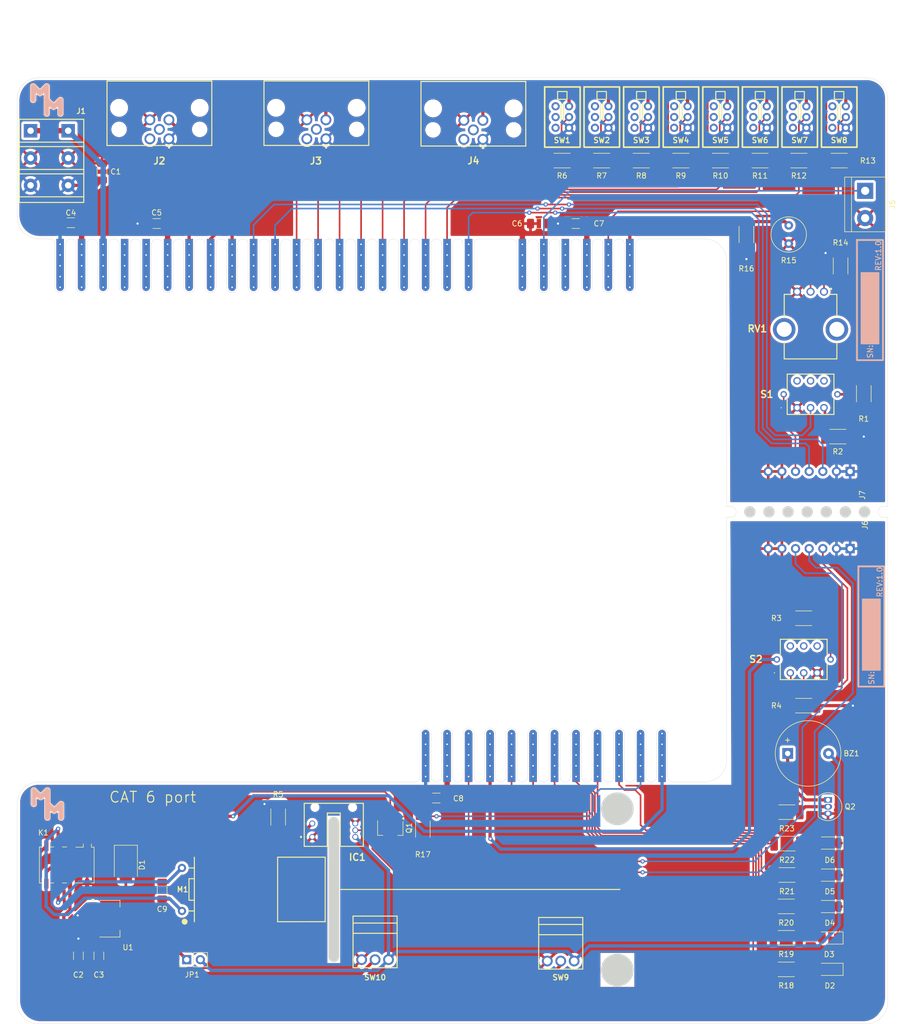
<source format=kicad_pcb>
(kicad_pcb (version 20240108) (generator "pcbnew") (generator_version "8.0")
  (title_block (title "PLC Shield") (date "2023-12-25") (rev "1") (comment 1 "Odvodené z S7 1200 Simulátor od Jozefa Maceja."))
  (layers (0 "F.Cu" signal) (31 "B.Cu" signal) (34 "B.Paste" user) (35 "F.Paste" user) (36 "B.SilkS" user "B.Silkscreen") (37 "F.SilkS" user "F.Silkscreen") (38 "B.Mask" user) (39 "F.Mask" user) (44 "Edge.Cuts" user))
  (net 0 "")
  (net 1 "+24V")
  (net 2 "GND")
  (net 3 "Net-(JP1-A)")
  (net 4 "Q b.1")
  (net 5 "Net-(D4-A)")
  (net 6 "Net-(D5-A)")
  (net 7 "Net-(D6-A)")
  (net 8 "Net-(Q1-C)")
  (net 9 "Net-(M1-+)")
  (net 10 "Net-(BZ1-+)")
  (net 11 "Net-(U2G-AI.1)")
  (net 12 "Q b.0")
  (net 13 "Q a.2")
  (net 14 "Net-(M1--)")
  (net 15 "Net-(SW1-A)")
  (net 16 "Net-(Q2-B)")
  (net 17 "Net-(SW2-A)")
  (net 18 "Net-(Q1-B)")
  (net 19 "Q a.3")
  (net 20 "Earth")
  (net 21 "Q a.4")
  (net 22 "Q a.5")
  (net 23 "Q a.6")
  (net 24 "Net-(U2G-AI.0)")
  (net 25 "+5V")
  (net 26 "Net-(IC1-Pad2)")
  (net 27 "I b.4")
  (net 28 "I b.0")
  (net 29 "I b.1")
  (net 30 "I b.2")
  (net 31 "Q a.0")
  (net 32 "I b.3")
  (net 33 "Q a.1")
  (net 34 "Net-(D2-A)")
  (net 35 "Net-(D3-A)")
  (net 36 "I b.5")
  (net 37 "I a.0")
  (net 38 "I a.1")
  (net 39 "I a.2")
  (net 40 "Net-(SW10-B)")
  (net 41 "Net-(SW9-B)")
  (net 42 "Net-(S1-K_G)")
  (net 43 "Net-(S1-NO_1)")
  (net 44 "Net-(S2-K_G)")
  (net 45 "Net-(S2-NC_1)")
  (net 46 "Q a.7")
  (net 49 "Net-(SW3-A)")
  (net 50 "Net-(SW4-A)")
  (net 52 "Net-(SW5-A)")
  (net 53 "Net-(SW6-A)")
  (net 54 "Net-(SW7-A)")
  (net 55 "Net-(SW8-A)")
  (net 56 "Net-(R14-Pad2)")
  (net 57 "I a.3")
  (net 61 "I a.4")
  (net 65 "I a.5")
  (net 66 "I a.6")
  (net 67 "I a.7")
  (net 68 "Net-(J5-Pin_1)")
  (footprint "Opto_aperture:EESX493" (layer "F.Cu") (at 78.3205 195.076)
    (property "Reference" "IC1")
    (property "Value" "EE-SX493" (hide yes))
  )
  (footprint "Custom:MFP 261 N" (layer "F.Cu") (at 168.9985 61.186)
    (property "Reference" "SW7")
    (property "Value" "SW_SPDT")
  )
  (footprint "Resistor_SMD:R_2010_5025Metric_Pad1.40x2.65mm_HandSolder" (layer "F.Cu") (at 71.9705 191.374 -90)
    (property "Reference" "R5")
    (property "Value" "1k2")
  )
  (footprint "Capacitor_SMD:C_1206_3216Metric_Pad1.33x1.80mm_HandSolder" (layer "F.Cu") (at 33.4025 80.846)
    (property "Reference" "C4")
    (property "Value" "100n")
  )
  (footprint "Resistor_SMD:R_2010_5025Metric_Pad1.40x2.65mm_HandSolder" (layer "F.Cu") (at 139.5345 69.282 180)
    (property "Reference" "R8")
    (property "Value" "6k2")
  )
  (footprint "LP4OA1PBCTR:LP4OA1PBCTG" (layer "F.Cu") (at 167.2605 164.564 180)
    (property "Reference" "S2")
    (property "Value" "LP4OA1PBCTG" (hide yes))
  )
  (footprint "Diode_SMD:D_SMB" (layer "F.Cu") (at 43.6265 200.284 -90)
    (property "Reference" "D1")
    (property "Value" "STTH212U")
  )
  (footprint "Connector_PinHeader_2.54mm:PinHeader_1x02_P2.54mm_Vertical" (layer "F.Cu") (at 54.9525 217.904 90)
    (property "Reference" "JP1")
    (property "Value" "Jumper_2_Bridged")
  )
  (footprint "Custom:MFP 261 N" (layer "F.Cu") (at 139.5345 61.186)
    (property "Reference" "SW3")
    (property "Value" "SW_SPDT")
  )
  (footprint "Resistor_SMD:R_2010_5025Metric_Pad1.40x2.65mm_HandSolder" (layer "F.Cu") (at 166.65 196.314 180)
    (property "Reference" "R22")
    (property "Value" "1k2")
  )
  (footprint "Resistor_SMD:R_2010_5025Metric_Pad1.40x2.65mm_HandSolder" (layer "F.Cu") (at 159.0925 83.03 -90)
    (property "Reference" "R16")
    (property "Value" "22k")
  )
  (footprint "LED_SMD:LED_1206_3216Metric_Pad1.42x1.75mm_HandSolder" (layer "F.Cu") (at 174.625 196.215 180)
    (property "Reference" "D6")
    (property "Value" "LED_RED")
  )
  (footprint "Capacitor_SMD:C_1206_3216Metric_Pad1.33x1.80mm_HandSolder" (layer "F.Cu") (at 34.798 217.17 -90)
    (property "Reference" "C2")
    (property "Value" "100n")
  )
  (footprint "LP4OA1PBCTR:LP4OA1PBCTG" (layer "F.Cu") (at 168.5305 115.248 180)
    (property "Reference" "S1")
    (property "Value" "LP4OA1PBCTG" (hide yes))
  )
  (footprint "Custom:DG246-5.08-03P-14-00AH" (layer "F.Cu") (at 29.4025 68.806 -90)
    (property "Reference" "J1")
    (property "Value" "Conn_01x03_Socket")
  )
  (footprint "Resistor_SMD:R_2010_5025Metric_Pad1.40x2.65mm_HandSolder" (layer "F.Cu") (at 176.6185 88.872 -90)
    (property "Reference" "R14")
    (property "Value" "15k")
  )
  (footprint "Resistor_SMD:R_2010_5025Metric_Pad1.40x2.65mm_HandSolder" (layer "F.Cu") (at 146.9005 69.282 180)
    (property "Reference" "R9")
    (property "Value" "6k2")
  )
  (footprint "Resistor_SMD:R_2010_5025Metric_Pad1.40x2.65mm_HandSolder" (layer "F.Cu") (at 166.51 213.84 180)
    (property "Reference" "R19")
    (property "Value" "1k2")
  )
  (footprint "Resistor_SMD:R_2010_5025Metric_Pad1.40x2.65mm_HandSolder" (layer "F.Cu") (at 166.51 219.71 180)
    (property "Reference" "R18")
    (property "Value" "1k2")
  )
  (footprint "Capacitor_SMD:C_1206_3216Metric_Pad1.33x1.80mm_HandSolder" (layer "F.Cu") (at 101.4025 187.846 180)
    (property "Reference" "C8")
    (property "Value" "100n")
  )
  (footprint "Resistor_SMD:R_2010_5025Metric_Pad1.40x2.65mm_HandSolder" (layer "F.Cu") (at 161.6325 69.282 180)
    (property "Reference" "R11")
    (property "Value" "6k2")
  )
  (footprint "Custom:MFP 261 N" (layer "F.Cu") (at 146.9005 61.186)
    (property "Reference" "SW4")
    (property "Value" "SW_SPDT")
  )
  (footprint "Resistor_SMD:R_2010_5025Metric_Pad1.40x2.65mm_HandSolder" (layer "F.Cu") (at 169.7605 170.66)
    (property "Reference" "R4")
    (property "Value" "6k2")
  )
  (footprint "Custom:MFP 261 N" (layer "F.Cu") (at 132.1685 61.186)
    (property "Reference" "SW2")
    (property "Value" "SW_SPDT")
  )
  (footprint "Resistor_SMD:R_2010_5025Metric_Pad1.40x2.65mm_HandSolder" (layer "F.Cu") (at 154.2665 69.282 180)
    (property "Reference" "R10")
    (property "Value" "6k2")
  )
  (footprint "Capacitor_SMD:C_1206_3216Metric_Pad1.33x1.80mm_HandSolder" (layer "F.Cu") (at 38.608 217.17 -90)
    (property "Reference" "C3")
    (property "Value" "10u")
  )
  (footprint "Package_TO_SOT_THT:TO-92_Inline" (layer "F.Cu") (at 174.278 188.186 -90)
    (property "Reference" "Q2")
    (property "Value" "BC337")
  )
  (footprint "Custom:MFP 261 N" (layer "F.Cu") (at 176.3445 61.186)
    (property "Reference" "SW8")
    (property "Value" "SW_SPDT")
  )
  (footprint "PLC-1200:1215C" (layer "F.Cu") (at 21.3385 51.846)
    (property "Reference" "U2" (hide yes))
    (property "Value" "~" (hide yes))
    (fp_line (start 2.064 27.936) (end 2.064 6.064) (stroke (width 0.05)) (layer "Edge.Cuts"))
    (fp_line (start 2.064 173.936) (end 2.064 137.064) (stroke (width 0.05)) (layer "Edge.Cuts"))
    (fp_line (start 6.128 133) (end 76.064 133) (stroke (width 0.05)) (layer "Edge.Cuts"))
    (fp_line (start 8.064 32) (end 6.128 32) (stroke (width 0.05)) (layer "Edge.Cuts"))
    (fp_line (start 9.064 41) (end 9.064 33) (stroke (width 0.05)) (layer "Edge.Cuts"))
    (fp_line (start 11.064 33) (end 11.064 41) (stroke (width 0.05)) (layer "Edge.Cuts"))
    (fp_line (start 13.064 41) (end 13.064 33) (stroke (width 0.05)) (layer "Edge.Cuts"))
    (fp_line (start 15.064 33) (end 15.064 41) (stroke (width 0.05)) (layer "Edge.Cuts"))
    (fp_line (start 17.064 41) (end 17.064 33) (stroke (width 0.05)) (layer "Edge.Cuts"))
    (fp_line (start 19.064 33) (end 19.064 41) (stroke (width 0.05)) (layer "Edge.Cuts"))
    (fp_line (start 21.064 41) (end 21.064 33) (stroke (width 0.05)) (layer "Edge.Cuts"))
    (fp_line (start 23.064 33) (end 23.064 41) (stroke (width 0.05)) (layer "Edge.Cuts"))
    (fp_line (start 25.064 41) (end 25.064 33) (stroke (width 0.05)) (layer "Edge.Cuts"))
    (fp_line (start 27.064 33) (end 27.064 41) (stroke (width 0.05)) (layer "Edge.Cuts"))
    (fp_line (start 29.064 41) (end 29.064 33) (stroke (width 0.05)) (layer "Edge.Cuts"))
    (fp_line (start 31.064 33) (end 31.064 41) (stroke (width 0.05)) (layer "Edge.Cuts"))
    (fp_line (start 33.064 41) (end 33.064 33) (stroke (width 0.05)) (layer "Edge.Cuts"))
    (fp_line (start 35.064 33) (end 35.064 41) (stroke (width 0.05)) (layer "Edge.Cuts"))
    (fp_line (start 37.064 41) (end 37.064 33) (stroke (width 0.05)) (layer "Edge.Cuts"))
    (fp_line (start 39.064 33) (end 39.064 41) (stroke (width 0.05)) (layer "Edge.Cuts"))
    (fp_line (start 41.064 41) (end 41.064 33) (stroke (width 0.05)) (layer "Edge.Cuts"))
    (fp_line (start 43.064 33) (end 43.064 41) (stroke (width 0.05)) (layer "Edge.Cuts"))
    (fp_line (start 45.064 41) (end 45.064 33) (stroke (width 0.05)) (layer "Edge.Cuts"))
    (fp_line (start 47.064 33) (end 47.064 41) (stroke (width 0.05)) (layer "Edge.Cuts"))
    (fp_line (start 49.064 41) (end 49.064 33) (stroke (width 0.05)) (layer "Edge.Cuts"))
    (fp_line (start 51.064 33) (end 51.064 41) (stroke (width 0.05)) (layer "Edge.Cuts"))
    (fp_line (start 53.064 41) (end 53.064 33) (stroke (width 0.05)) (layer "Edge.Cuts"))
    (fp_line (start 55.064 33) (end 55.064 41) (stroke (width 0.05)) (layer "Edge.Cuts"))
    (fp_line (start 57.064 41) (end 57.064 33) (stroke (width 0.05)) (layer "Edge.Cuts"))
    (fp_line (start 59.064 33) (end 59.064 41) (stroke (width 0.05)) (layer "Edge.Cuts"))
    (fp_line (start 61.064 41) (end 61.064 33) (stroke (width 0.05)) (layer "Edge.Cuts"))
    (fp_line (start 63.064 33) (end 63.064 41) (stroke (width 0.05)) (layer "Edge.Cuts"))
    (fp_line (start 65.064 41) (end 65.064 33) (stroke (width 0.05)) (layer "Edge.Cuts"))
    (fp_line (start 67.064 33) (end 67.064 41) (stroke (width 0.05)) (layer "Edge.Cuts"))
    (fp_line (start 69.064 41) (end 69.064 33) (stroke (width 0.05)) (layer "Edge.Cuts"))
    (fp_line (start 71.064 33) (end 71.064 41) (stroke (width 0.05)) (layer "Edge.Cuts"))
    (fp_line (start 73.064 41) (end 73.064 33) (stroke (width 0.05)) (layer "Edge.Cuts"))
    (fp_line (start 75.064 33) (end 75.064 41) (stroke (width 0.05)) (layer "Edge.Cuts"))
    (fp_line (start 77.064 41) (end 77.064 33) (stroke (width 0.05)) (layer "Edge.Cuts"))
    (fp_line (start 77.064 132) (end 77.064 124) (stroke (width 0.05)) (layer "Edge.Cuts"))
    (fp_line (start 79.064 33) (end 79.064 41) (stroke (width 0.05)) (layer "Edge.Cuts"))
    (fp_line (start 79.064 124) (end 79.064 132) (stroke (width 0.05)) (layer "Edge.Cuts"))
    (fp_line (start 81.064 41) (end 81.064 33) (stroke (width 0.05)) (layer "Edge.Cuts"))
    (fp_line (start 81.064 132) (end 81.064 124) (stroke (width 0.05)) (layer "Edge.Cuts"))
    (fp_line (start 83.064 33) (end 83.064 41) (stroke (width 0.05)) (layer "Edge.Cuts"))
    (fp_line (start 83.064 124) (end 83.064 132) (stroke (width 0.05)) (layer "Edge.Cuts"))
    (fp_line (start 85.064 41) (end 85.064 33) (stroke (width 0.05)) (layer "Edge.Cuts"))
    (fp_line (start 85.064 132) (end 85.064 124) (stroke (width 0.05)) (layer "Edge.Cuts"))
    (fp_line (start 87.064 33) (end 87.064 41) (stroke (width 0.05)) (layer "Edge.Cuts"))
    (fp_line (start 87.064 124) (end 87.064 132) (stroke (width 0.05)) (layer "Edge.Cuts"))
    (fp_line (start 88.064 32) (end 94.064 32) (stroke (width 0.05)) (layer "Edge.Cuts"))
    (fp_line (start 89.064 132) (end 89.064 124) (stroke (width 0.05)) (layer "Edge.Cuts"))
    (fp_line (start 91.064 124) (end 91.064 132) (stroke (width 0.05)) (layer "Edge.Cuts"))
    (fp_line (start 93.064 132) (end 93.064 124) (stroke (width 0.05)) (layer "Edge.Cuts"))
    (fp_line (start 95.064 33) (end 95.064 41) (stroke (width 0.05)) (layer "Edge.Cuts"))
    (fp_line (start 95.064 124) (end 95.064 132) (stroke (width 0.05)) (layer "Edge.Cuts"))
    (fp_line (start 97.064 41) (end 97.064 33) (stroke (width 0.05)) (layer "Edge.Cuts"))
    (fp_line (start 97.064 132) (end 97.064 124) (stroke (width 0.05)) (layer "Edge.Cuts"))
    (fp_line (start 99.064 33) (end 99.064 41) (stroke (width 0.05)) (layer "Edge.Cuts"))
    (fp_line (start 99.064 124) (end 99.064 132) (stroke (width 0.05)) (layer "Edge.Cuts"))
    (fp_line (start 101.064 41) (end 101.064 33) (stroke (width 0.05)) (layer "Edge.Cuts"))
    (fp_line (start 101.064 132) (end 101.064 124) (stroke (width 0.05)) (layer "Edge.Cuts"))
    (fp_line (start 103.064 33) (end 103.064 41) (stroke (width 0.05)) (layer "Edge.Cuts"))
    (fp_line (start 103.064 124) (end 103.064 132) (stroke (width 0.05)) (layer "Edge.Cuts"))
    (fp_line (start 105.064 41) (end 105.064 33) (stroke (width 0.05)) (layer "Edge.Cuts"))
    (fp_line (start 105.064 132) (end 105.064 124) (stroke (width 0.05)) (layer "Edge.Cuts"))
    (fp_line (start 107.064 33) (end 107.064 41) (stroke (width 0.05)) (layer "Edge.Cuts"))
    (fp_line (start 107.064 124) (end 107.064 132) (stroke (width 0.05)) (layer "Edge.Cuts"))
    (fp_line (start 109.064 41) (end 109.064 33) (stroke (width 0.05)) (layer "Edge.Cuts"))
    (fp_line (start 109.064 132) (end 109.064 124) (stroke (width 0.05)) (layer "Edge.Cuts"))
    (fp_line (start 111.064 33) (end 111.064 41) (stroke (width 0.05)) (layer "Edge.Cuts"))
    (fp_line (start 111.064 124) (end 111.064 132) (stroke (width 0.05)) (layer "Edge.Cuts"))
    (fp_line (start 113.064 41) (end 113.064 33) (stroke (width 0.05)) (layer "Edge.Cuts"))
    (fp_line (start 113.064 132) (end 113.064 124) (stroke (width 0.05)) (layer "Edge.Cuts"))
    (fp_line (start 115.064 33) (end 115.064 41) (stroke (width 0.05)) (layer "Edge.Cuts"))
    (fp_line (start 115.064 124) (end 115.064 132) (stroke (width 0.05)) (layer "Edge.Cuts"))
    (fp_line (start 117.064 41) (end 117.064 33) (stroke (width 0.05)) (layer "Edge.Cuts"))
    (fp_line (start 117.064 132) (end 117.064 124) (stroke (width 0.05)) (layer "Edge.Cuts"))
    (fp_line (start 118.064 32) (end 130 32) (stroke (width 0.05)) (layer "Edge.Cuts"))
    (fp_line (start 119.064 124) (end 119.064 132) (stroke (width 0.05)) (layer "Edge.Cuts"))
    (fp_line (start 121.064 132) (end 121.064 124) (stroke (width 0.05)) (layer "Edge.Cuts"))
    (fp_line (start 123.064 124) (end 123.064 132) (stroke (width 0.05)) (layer "Edge.Cuts"))
    (fp_line (start 124.064 133) (end 130 133) (stroke (width 0.05)) (layer "Edge.Cuts"))
    (fp_line (start 134.064 81.75) (end 134.064 36.064) (stroke (width 0.05)) (layer "Edge.Cuts"))
    (fp_line (start 134.064 81.75) (end 134.84 81.75) (stroke (width 0.05)) (layer "Edge.Cuts"))
    (fp_line (start 134.064 83.782) (end 134.84 83.782) (stroke (width 0.05)) (layer "Edge.Cuts"))
    (fp_line (start 134.064 128.936) (end 134.064 83.782) (stroke (width 0.05)) (layer "Edge.Cuts"))
    (fp_line (start 160 2) (end 6.128 2) (stroke (width 0.05)) (layer "Edge.Cuts"))
    (fp_line (start 160 178) (end 6.128 178) (stroke (width 0.05)) (layer "Edge.Cuts"))
    (fp_line (start 163.288 81.75) (end 164.064 81.75) (stroke (width 0.05)) (layer "Edge.Cuts"))
    (fp_line (start 163.288 83.782) (end 164.064 83.782) (stroke (width 0.05)) (layer "Edge.Cuts"))
    (fp_line (start 164.064 81.75) (end 164.064 6.064) (stroke (width 0.05)) (layer "Edge.Cuts"))
    (fp_line (start 164.064 83.782) (end 164.064 173.936) (stroke (width 0.05)) (layer "Edge.Cuts"))
    (fp_arc (start 2.064 6.064) (mid 3.254318 3.190318) (end 6.128 2) (stroke (width 0.05)) (layer "Edge.Cuts"))
    (fp_arc (start 2.064 137.064) (mid 3.254318 134.190318) (end 6.128 133) (stroke (width 0.05)) (layer "Edge.Cuts"))
    (fp_arc (start 6.128 32) (mid 3.254318 30.809682) (end 2.064 27.936) (stroke (width 0.05)) (layer "Edge.Cuts"))
    (fp_arc (start 6.128 178) (mid 3.254318 176.809682) (end 2.064 173.936) (stroke (width 0.05)) (layer "Edge.Cuts"))
    (fp_arc (start 8.064 32) (mid 8.771107 32.292893) (end 9.064 33) (stroke (width 0.05)) (layer "Edge.Cuts"))
    (fp_arc (start 11.064 33) (mid 12.064 32) (end 13.064 33) (stroke (width 0.05)) (layer "Edge.Cuts"))
    (fp_arc (start 11.064 41) (mid 10.064 42) (end 9.064 41) (stroke (width 0.05)) (layer "Edge.Cuts"))
    (fp_arc (start 15.064 33) (mid 16.064 32) (end 17.064 33) (stroke (width 0.05)) (layer "Edge.Cuts"))
    (fp_arc (start 15.064 41) (mid 14.064 42) (end 13.064 41) (stroke (width 0.05)) (layer "Edge.Cuts"))
    (fp_arc (start 19.064 33) (mid 20.064 32) (end 21.064 33) (stroke (width 0.05)) (layer "Edge.Cuts"))
    (fp_arc (start 19.064 41) (mid 18.064 42) (end 17.064 41) (stroke (width 0.05)) (layer "Edge.Cuts"))
    (fp_arc (start 23.064 33) (mid 24.064 32) (end 25.064 33) (stroke (width 0.05)) (layer "Edge.Cuts"))
    (fp_arc (start 23.064 41) (mid 22.064 42) (end 21.064 41) (stroke (width 0.05)) (layer "Edge.Cuts"))
    (fp_arc (start 27.064 33) (mid 28.064 32) (end 29.064 33) (stroke (width 0.05)) (layer "Edge.Cuts"))
    (fp_arc (start 27.064 41) (mid 26.064 42) (end 25.064 41) (stroke (width 0.05)) (layer "Edge.Cuts"))
    (fp_arc (start 31.064 33) (mid 32.064 32) (end 33.064 33) (stroke (width 0.05)) (layer "Edge.Cuts"))
    (fp_arc (start 31.064 41) (mid 30.064 42) (end 29.064 41) (stroke (width 0.05)) (layer "Edge.Cuts"))
    (fp_arc (start 35.064 33) (mid 36.064 32) (end 37.064 33) (stroke (width 0.05)) (layer "Edge.Cuts"))
    (fp_arc (start 35.064 41) (mid 34.064 42) (end 33.064 41) (stroke (width 0.05)) (layer "Edge.Cuts"))
    (fp_arc (start 39.064 33) (mid 40.064 32) (end 41.064 33) (stroke (width 0.05)) (layer "Edge.Cuts"))
    (fp_arc (start 39.064 41) (mid 38.064 42) (end 37.064 41) (stroke (width 0.05)) (layer "Edge.Cuts"))
    (fp_arc (start 43.064 33) (mid 44.064 32) (end 45.064 33) (stroke (width 0.05)) (layer "Edge.Cuts"))
    (fp_arc (start 43.064 41) (mid 42.064 42) (end 41.064 41) (stroke (width 0.05)) (layer "Edge.Cuts"))
    (fp_arc (start 47.064 33) (mid 48.064 32) (end 49.064 33) (stroke (width 0.05)) (layer "Edge.Cuts"))
    (fp_arc (start 47.064 41) (mid 46.064 42) (end 45.064 41) (stroke (width 0.05)) (layer "Edge.Cuts"))
    (fp_arc (start 51.064 33) (mid 52.064 32) (end 53.064 33) (stroke (width 0.05)) (layer "Edge.Cuts"))
    (fp_arc (start 51.064 41) (mid 50.064 42) (end 49.064 41) (stroke (width 0.05)) (layer "Edge.Cuts"))
    (fp_arc (start 55.064 33) (mid 56.064 32) (end 57.064 33) (stroke (width 0.05)) (layer "Edge.Cuts"))
    (fp_arc (start 55.064 41) (mid 54.064 42) (end 53.064 41) (stroke (width 0.05)) (layer "Edge.Cuts"))
    (fp_arc (start 59.064 33) (mid 60.064 32) (end 61.064 33) (stroke (width 0.05)) (layer "Edge.Cuts"))
    (fp_arc (start 59.064 41) (mid 58.064 42) (end 57.064 41) (stroke (width 0.05)) (layer "Edge.Cuts"))
    (fp_arc (start 63.064 33) (mid 64.064 32) (end 65.064 33) (stroke (width 0.05)) (layer "Edge.Cuts"))
    (fp_arc (start 63.064 41) (mid 62.064 42) (end 61.064 41) (stroke (width 0.05)) (layer "Edge.Cuts"))
    (fp_arc (start 67.064 33) (mid 68.064 32) (end 69.064 33) (stroke (width 0.05)) (layer "Edge.Cuts"))
    (fp_arc (start 67.064 41) (mid 66.064 42) (end 65.064 41) (stroke (width 0.05)) (layer "Edge.Cuts"))
    (fp_arc (start 71.064 33) (mid 72.064 32) (end 73.064 33) (stroke (width 0.05)) (layer "Edge.Cuts"))
    (fp_arc (start 71.064 41) (mid 70.064 42) (end 69.064 41) (stroke (width 0.05)) (layer "Edge.Cuts"))
    (fp_arc (start 75.064 33) (mid 76.064 32) (end 77.064 33) (stroke (width 0.05)) (layer "Edge.Cuts"))
    (fp_arc (start 75.064 41) (mid 74.064 42) (end 73.064 41) (stroke (width 0.05)) (layer "Edge.Cuts"))
    (fp_arc (start 77.064 124) (mid 78.064 123) (end 79.064 124) (stroke (width 0.05)) (layer "Edge.Cuts"))
    (fp_arc (start 77.064 132) (mid 76.771107 132.707107) (end 76.064 133) (stroke (width 0.05)) (layer "Edge.Cuts"))
    (fp_arc (start 79.064 33) (mid 80.064 32) (end 81.064 33) (stroke (width 0.05)) (layer "Edge.Cuts"))
    (fp_arc (start 79.064 41) (mid 78.064 42) (end 77.064 41) (stroke (width 0.05)) (layer "Edge.Cuts"))
    (fp_arc (start 81.064 124) (mid 82.064 123) (end 83.064 124) (stroke (width 0.05)) (layer "Edge.Cuts"))
    (fp_arc (start 81.064 132) (mid 80.064 133) (end 79.064 132) (stroke (width 0.05)) (layer "Edge.Cuts"))
    (fp_arc (start 83.064 33) (mid 84.064 32) (end 85.064 33) (stroke (width 0.05)) (layer "Edge.Cuts"))
    (fp_arc (start 83.064 41) (mid 82.064 42) (end 81.064 41) (stroke (width 0.05)) (layer "Edge.Cuts"))
    (fp_arc (start 85.064 124) (mid 86.064 123) (end 87.064 124) (stroke (width 0.05)) (layer "Edge.Cuts"))
    (fp_arc (start 85.064 132) (mid 84.064 133) (end 83.064 132) (stroke (width 0.05)) (layer "Edge.Cuts"))
    (fp_arc (start 87.064 33) (mid 87.356893 32.292893) (end 88.064 32) (stroke (width 0.05)) (layer "Edge.Cuts"))
    (fp_arc (start 87.064 41) (mid 86.064 42) (end 85.064 41) (stroke (width 0.05)) (layer "Edge.Cuts"))
    (fp_arc (start 89.064 124) (mid 90.064 123) (end 91.064 124) (stroke (width 0.05)) (layer "Edge.Cuts"))
    (fp_arc (start 89.064 132) (mid 88.064 133) (end 87.064 132) (stroke (width 0.05)) (layer "Edge.Cuts"))
    (fp_arc (start 93.064 124) (mid 94.064 123) (end 95.064 124) (stroke (width 0.05)) (layer "Edge.Cuts"))
    (fp_arc (start 93.064 132) (mid 92.064 133) (end 91.064 132) (stroke (width 0.05)) (layer "Edge.Cuts"))
    (fp_arc (start 94.064 32) (mid 94.771107 32.292893) (end 95.064 33) (stroke (width 0.05)) (layer "Edge.Cuts"))
    (fp_arc (start 97.064 33) (mid 98.064 32) (end 99.064 33) (stroke (width 0.05)) (layer "Edge.Cuts"))
    (fp_arc (start 97.064 41) (mid 96.064 42) (end 95.064 41) (stroke (width 0.05)) (layer "Edge.Cuts"))
    (fp_arc (start 97.064 124) (mid 98.064 123) (end 99.064 124) (stroke (width 0.05)) (layer "Edge.Cuts"))
    (fp_arc (start 97.064 132) (mid 96.064 133) (end 95.064 132) (stroke (width 0.05)) (layer "Edge.Cuts"))
    (fp_arc (start 101.064 33) (mid 102.064 32) (end 103.064 33) (stroke (width 0.05)) (layer "Edge.Cuts"))
    (fp_arc (start 101.064 41) (mid 100.064 42) (end 99.064 41) (stroke (width 0.05)) (layer "Edge.Cuts"))
    (fp_arc (start 101.064 124) (mid 102.064 123) (end 103.064 124) (stroke (width 0.05)) (layer "Edge.Cuts"))
    (fp_arc (start 101.064 132) (mid 100.064 133) (end 99.064 132) (stroke (width 0.05)) (layer "Edge.Cuts"))
    (fp_arc (start 105.064 33) (mid 106.064 32) (end 107.064 33) (stroke (width 0.05)) (layer "Edge.Cuts"))
    (fp_arc (start 105.064 41) (mid 104.064 42) (end 103.064 41) (stroke (width 0.05)) (layer "Edge.Cuts"))
    (fp_arc (start 105.064 124) (mid 106.064 123) (end 107.064 124) (stroke (width 0.05)) (layer "Edge.Cuts"))
    (fp_arc (start 105.064 132) (mid 104.064 133) (end 103.064 132) (stroke (width 0.05)) (layer "Edge.Cuts"))
    (fp_arc (start 109.064 33) (mid 110.064 32) (end 111.064 33) (stroke (width 0.05)) (layer "Edge.Cuts"))
    (fp_arc (start 109.064 41) (mid 108.064 42) (end 107.064 41) (stroke (width 0.05)) (layer "Edge.Cuts"))
    (fp_arc (start 109.064 124) (mid 110.064 123) (end 111.064 124) (stroke (width 0.05)) (layer "Edge.Cuts"))
    (fp_arc (start 109.064 132) (mid 108.064 133) (end 107.064 132) (stroke (width 0.05)) (layer "Edge.Cuts"))
    (fp_arc (start 113.064 33) (mid 114.064 32) (end 115.064 33) (stroke (width 0.05)) (layer "Edge.Cuts"))
    (fp_arc (start 113.064 41) (mid 112.064 42) (end 111.064 41) (stroke (width 0.05)) (layer "Edge.Cuts"))
    (fp_arc (start 113.064 124) (mid 114.064 123) (end 115.064 124) (stroke (width 0.05)) (layer "Edge.Cuts"))
    (fp_arc (start 113.064 132) (mid 112.064 133) (end 111.064 132) (stroke (width 0.05)) (layer "Edge.Cuts"))
    (fp_arc (start 117.064 33) (mid 117.356893 32.292893) (end 118.064 32) (stroke (width 0.05)) (layer "Edge.Cuts"))
    (fp_arc (start 117.064 41) (mid 116.064 42) (end 115.064 41) (stroke (width 0.05)) (layer "Edge.Cuts"))
    (fp_arc (start 117.064 124) (mid 118.064 123) (end 119.064 124) (stroke (width 0.05)) (layer "Edge.Cuts"))
    (fp_arc (start 117.064 132) (mid 116.064 133) (end 115.064 132) (stroke (width 0.05)) (layer "Edge.Cuts"))
    (fp_arc (start 121.064 124) (mid 122.064 123) (end 123.064 124) (stroke (width 0.05)) (layer "Edge.Cuts"))
    (fp_arc (start 121.064 132) (mid 120.064 133) (end 119.064 132) (stroke (width 0.05)) (layer "Edge.Cuts"))
    (fp_arc (start 124.064 133) (mid 123.356893 132.707107) (end 123.064 132) (stroke (width 0.05)) (layer "Edge.Cuts"))
    (fp_arc (start 130 32) (mid 132.873682 33.190318) (end 134.064 36.064) (stroke (width 0.05)) (layer "Edge.Cuts"))
    (fp_arc (start 134.064 128.936) (mid 132.873682 131.809682) (end 130 133) (stroke (width 0.05)) (layer "Edge.Cuts"))
    (fp_arc (start 134.84 81.75) (mid 135.856 82.766) (end 134.84 83.782) (stroke (width 0.05)) (layer "Edge.Cuts"))
    (fp_arc (start 160 2) (mid 162.873682 3.190318) (end 164.064 6.064) (stroke (width 0.05)) (layer "Edge.Cuts"))
    (fp_arc (start 163.288 83.782) (mid 162.272 82.766) (end 163.288 81.75) (stroke (width 0.05)) (layer "Edge.Cuts"))
    (fp_arc (start 164.064 173.936) (mid 162.873682 176.809682) (end 160 178) (stroke (width 0.05)) (layer "Edge.Cuts"))
    (fp_circle (center 138.396 82.766) (end 139.412 82.766) (stroke (width 0.1)) (fill solid) (layer "Edge.Cuts"))
    (fp_circle (center 141.952 82.766) (end 142.968 82.766) (stroke (width 0.1)) (fill solid) (layer "Edge.Cuts"))
    (fp_circle (center 145.508 82.766) (end 146.524 82.766) (stroke (width 0.1)) (fill solid) (layer "Edge.Cuts"))
    (fp_circle (center 149.064 82.766) (end 150.08 82.766) (stroke (width 0.1)) (fill solid) (layer "Edge.Cuts"))
    (fp_circle (center 152.62 82.766) (end 153.636 82.766) (stroke (width 0.1)) (fill solid) (layer "Edge.Cuts"))
    (fp_circle (center 156.176 82.766) (end 157.192 82.766) (stroke (width 0.1)) (fill solid) (layer "Edge.Cuts"))
    (fp_circle (center 159.732 82.766) (end 160.748 82.766) (stroke (width 0.1)) (fill solid) (layer "Edge.Cuts"))
  )
  (footprint "Buzzer_Beeper:Buzzer_12x9.5RM7.6" (layer "F.Cu") (at 166.774 179.55)
    (property "Reference" "BZ1")
    (property "Value" "Buzzer")
  )
  (footprint "OptoDevice:R_LDR_D6.4mm_P3.4mm_Vertical" (layer "F.Cu") (at 166.9665 84.73 90)
    (property "Reference" "R15")
    (property "Value" "4k-10k")
  )
  (footprint "Custom:MFP 261 N" (layer "F.Cu") (at 154.2665 61.186)
    (property "Reference" "SW5")
    (property "Value" "SW_SPDT")
  )
  (footprint "Resistor_SMD:R_2010_5025Metric_Pad1.40x2.65mm_HandSolder" (layer "F.Cu") (at 166.624 190.472)
    (property "Reference" "R23")
    (property "Value" "15k")
  )
  (footprint "Capacitor_SMD:C_1206_3216Metric_Pad1.33x1.80mm_HandSolder" (layer "F.Cu") (at 120.4845 80.998)
    (property "Reference" "C6")
    (property "Value" "100n")
  )
  (footprint "LED_SMD:LED_1206_3216Metric_Pad1.42x1.75mm_HandSolder" (layer "F.Cu") (at 174.625 202.184 180)
    (property "Reference" "D5")
    (property "Value" "LED_ORG")
  )
  (footprint "Capacitor_SMD:C_1206_3216Metric_Pad1.33x1.80mm_HandSolder" (layer "F.Cu") (at 127.3425 80.998 180)
    (property "Reference" "C7")
    (property "Value" "100n")
  )
  (footprint "Resistor_SMD:R_2010_5025Metric_Pad1.40x2.65mm_HandSolder" (layer "F.Cu") (at 176.3645 69.282 180)
    (property "Reference" "R13")
    (property "Value" "6k2")
  )
  (footprint "Resistor_SMD:R_2010_5025Metric_Pad1.40x2.65mm_HandSolder" (layer "F.Cu") (at 168.8585 69.282 180)
    (property "Reference" "R12")
    (property "Value" "6k2")
  )
  (footprint "Relay_SMD:Relay_DPDT_Omron_G6K-2F-Y" (layer "F.Cu") (at 32.6265 200.284 -90)
    (property "Reference" "K1")
    (property "Value" "G6K-2")
  )
  (footprint "LED_SMD:LED_1206_3216Metric_Pad1.42x1.75mm_HandSolder" (layer "F.Cu") (at 174.625 208.026 180)
    (property "Reference" "D4")
    (property "Value" "LED_GRN")
  )
  (footprint "Resistor_SMD:R_2010_5025Metric_Pad1.40x2.65mm_HandSolder" (layer "F.Cu") (at 169.7605 154.404)
    (property "Reference" "R3")
    (property "Value" "1k2")
  )
  (footprint "Custom:MFP 261 N" (layer "F.Cu") (at 161.6325 61.186)
    (property "Reference" "SW6")
    (property "Value" "SW_SPDT")
  )
  (footprint "Connector_PinHeader_2.54mm:PinHeader_1x07_P2.54mm_Horizontal" (layer "F.Cu") (at 178.3965 127.099 -90)
    (property "Reference" "J7")
    (property "Value" "Conn_01x07_Pin")
  )
  (footprint "Resistor_SMD:R_2010_5025Metric_Pad1.40x2.65mm_HandSolder" (layer "F.Cu") (at 166.51 207.998 180)
    (property "Reference" "R20")
    (property "Value" "1k2")
  )
  (footprint "Connector_M12:T4145015051001" (layer "F.Cu") (at 51.6425 65.242 180)
    (property "Reference" "J2")
    (property "Value" "T4145015041-001" (hide yes))
  )
  (footprint "Connector_M12:T4145015051001" (layer "F.Cu") (at 80.8525 65.234 180)
    (property "Reference" "J3")
    (property "Value" "T4145015041-001" (hide yes))
  )
  (footprint "Custom:FIT0491" (layer "F.Cu") (at 68.5705 204.846)
    (property "Reference" "M1")
    (property "Value" "Motor_DC")
    (fp_line (start 12.75 -12.5) (end 12.75 12.5) (stroke (width 0.05)) (layer "Edge.Cuts"))
    (fp_line (start 14.75 -12.5) (end 14.75 12.5) (stroke (width 0.05)) (layer "Edge.Cuts"))
    (fp_arc (start 12.75 -12.5) (mid 13.75 -13.5) (end 14.75 -12.5) (stroke (width 0.05)) (layer "Edge.Cuts"))
    (fp_arc (start 14.75 12.5) (mid 13.75 13.5) (end 12.75 12.5) (stroke (width 0.05)) (layer "Edge.Cuts"))
    (fp_poly (pts (xy 13.7922 -13.4112) (xy 14.097 -13.335) (xy 14.3764 -13.1572) (xy 14.605 -12.7762) (xy 14.6558 -12.1666) (xy 14.656932 12.5984) (xy 14.555332 12.904583) (xy 14.377532 13.158583) (xy 14.072732 13.336383) (xy 13.717132 13.387183) (xy 13.386932 13.310983) (xy 13.031332 13.056983) (xy 12.904332 12.802983) (xy 12.853532 12.599783) (xy 12.8524 -12.546217) (xy 12.904332 -12.8524) (xy 13.056732 -13.105017) (xy 13.310732 -13.308217) (xy 13.5382 -13.3858)) (stroke (width 0.1)) (fill solid) (layer "Edge.Cuts"))
  )
  (footprint "Connector_PinSocket_2.54mm:PinSocket_1x07_P2.54mm_Horizontal" (layer "F.Cu") (at 178.3965 141.45 -90)
    (property "Reference" "J6")
    (property "Value" "Conn_01x07_Socket")
  )
  (footprint "Custom:MFP 261 N" (layer "F.Cu") (at 124.8405 61.186)
    (property "Reference" "SW1")
    (property "Value" "SW_SPDT")
  )
  (footprint "Capacitor_SMD:C_1206_3216Metric_Pad1.33x1.80mm_HandSolder" (layer "F.Cu") (at 50.3805 205.068 90)
    (property "Reference" "C9")
    (property "Value" "100p")
  )
  (footprint "Package_TO_SOT_SMD:SOT-223-3_TabPin2" (layer "F.Cu") (at 40.6265 210.284)
    (property "Reference" "U1")
    (property "Value" "LM2937xMP")
  )
  (footprint "Connector_M12:T4145015051001" (layer "F.Cu") (at 110.0625 65.34 180)
    (property "Reference" "J4")
    (property "Value" "T4145015041-001" (hide yes))
  )
  (footprint "Resistor_SMD:R_2010_5025Metric_Pad1.40x2.65mm_HandSolder" (layer "F.Cu") (at 124.8025 69.282 180)
    (property "Reference" "R6")
    (property "Value" "6k2")
  )
  (footprint "Capacitor_SMD:C_1206_3216Metric_Pad1.33x1.80mm_HandSolder" (layer "F.Cu") (at 49.3645 80.998 180)
    (property "Reference" "C5")
    (property "Value" "100n")
  )
  (footprint "LED_SMD:LED_1206_3216Metric_Pad1.42x1.75mm_HandSolder" (layer "F.Cu") (at 174.625 219.71 180)
    (property "Reference" "D2")
    (property "Value" "LED_GRN")
  )
  (footprint "Custom:MS4-5L11LSGQ" (layer "F.Cu") (at 124.5485 214.856 180)
    (property "Reference" "SW9")
    (property "Value" "SW_SPDT")
  )
  (footprint "Resistor_SMD:R_2010_5025Metric_Pad1.40x2.65mm_HandSolder" (layer "F.Cu") (at 166.65 202.156 180)
    (property "Reference" "R21")
    (property "Value" "1k2")
  )
  (footprint "LED_SMD:LED_1206_3216Metric_Pad1.42x1.75mm_HandSolder" (layer "F.Cu") (at 174.625 213.868 180)
    (property "Reference" "D3")
    (property "Value" "LED_RED")
  )
  (footprint "Resistor_SMD:R_2010_5025Metric_Pad1.40x2.65mm_HandSolder" (layer "F.Cu") (at 176.1105 120.622 180)
    (property "Reference" "R2")
    (property "Value" "6k2")
  )
  (footprint "TerminalBlock:TerminalBlock_bornier-2_P5.08mm" (layer "F.Cu") (at 181.1905 74.902 -90)
    (property "Reference" "J5")
    (property "Value" "Conn_01x02_Socket")
  )
  (footprint "Custom:RK09K1130AV7" (layer "F.Cu") (at 171.0305 100.665 180)
    (property "Reference" "RV1")
    (property "Value" "10k" (hide yes))
  )
  (footprint "Resistor_SMD:R_2010_5025Metric_Pad1.40x2.65mm_HandSolder" (layer "F.Cu") (at 132.1685 69.282 180)
    (property "Reference" "R7")
    (property "Value" "6k2")
  )
  (footprint "Package_TO_SOT_SMD:SOT-89-3" (layer "F.Cu") (at 92.837 193.421 -90)
    (property "Reference" "Q1")
    (property "Value" "BCX56")
  )
  (footprint "Resistor_SMD:R_2010_5025Metric_Pad1.40x2.65mm_HandSolder" (layer "F.Cu") (at 180.9365 112.634 -90)
    (property "Reference" "R1")
    (property "Value" "1k2")
  )
  (footprint "Custom:MS4-5L11LSGQ" (layer "F.Cu") (at 90.0045 214.602 180)
    (property "Reference" "SW10")
    (property "Value" "SW_SPDT")
  )
  (footprint "Resistor_SMD:R_2010_5025Metric_Pad1.40x2.65mm_HandSolder" (layer "F.Cu") (at 98.8945 193.634 90)
    (property "Reference" "R17")
    (property "Value" "15k")
  )
  (footprint "Capacitor_SMD:C_1206_3216Metric_Pad1.33x1.80mm_HandSolder" (layer "F.Cu") (at 39.2045 71.346 90)
    (property "Reference" "C1")
    (property "Value" "100n")
  )
  (gr_line (start 27.6475 56.741) (end 28.9175 55.471) (stroke (width 0.2)) (layer "F.Cu"))
  (gr_line (start 30.1875 59.281) (end 31.4575 58.011) (stroke (width 0.2)) (layer "F.Cu"))
  (gr_line (start 29.0445 188.948) (end 29.0445 186.408) (stroke (width 0.2)) (layer "F.Cu"))
  (gr_line (start 27.7745 187.678) (end 29.0445 186.408) (stroke (width 0.2)) (layer "F.Cu"))
  (gr_line (start 28.9175 58.011) (end 28.9175 55.471) (stroke (width 0.2)) (layer "F.Cu"))
  (gr_line (start 26.5045 186.408) (end 27.7745 187.678) (stroke (width 0.2)) (layer "F.Cu"))
  (gr_line (start 29.0445 191.488) (end 29.0445 188.948) (stroke (width 0.2)) (layer "F.Cu"))
  (gr_line (start 28.9175 60.551) (end 28.9175 58.011) (stroke (width 0.2)) (layer "F.Cu"))
  (gr_line (start 26.5045 188.948) (end 26.5045 186.408) (stroke (width 0.2)) (layer "F.Cu"))
  (gr_line (start 31.4575 60.551) (end 31.4575 58.011) (stroke (width 0.2)) (layer "F.Cu"))
  (gr_line (start 31.5845 191.488) (end 31.5845 188.948) (stroke (width 0.2)) (layer "F.Cu"))
  (gr_line (start 29.0445 188.948) (end 30.3145 190.218) (stroke (width 0.2)) (layer "F.Cu"))
  (gr_line (start 26.3775 55.471) (end 27.6475 56.741) (stroke (width 0.2)) (layer "F.Cu"))
  (gr_line (start 30.3145 190.218) (end 31.5845 188.948) (stroke (width 0.2)) (layer "F.Cu"))
  (gr_line (start 28.9175 58.011) (end 30.1875 59.281) (stroke (width 0.2)) (layer "F.Cu"))
  (gr_line (start 26.3775 58.011) (end 26.3775 55.471) (stroke (width 0.2)) (layer "F.Cu"))
  (gr_line (start 29.0445 188.948) (end 29.0445 191.488) (stroke (width 0.2)) (layer "B.Cu"))
  (gr_line (start 29.0445 186.408) (end 27.7745 187.678) (stroke (width 0.2)) (layer "B.Cu"))
  (gr_line (start 28.9175 58.011) (end 28.9175 60.551) (stroke (width 0.2)) (layer "B.Cu"))
  (gr_line (start 26.5045 186.408) (end 26.5045 188.948) (stroke (width 0.2)) (layer "B.Cu"))
  (gr_line (start 28.9175 55.471) (end 27.6475 56.741) (stroke (width 0.2)) (layer "B.Cu"))
  (gr_line (start 29.0445 188.948) (end 29.0445 186.408) (stroke (width 0.2)) (layer "B.Cu"))
  (gr_line (start 27.6475 56.741) (end 26.3775 55.471) (stroke (width 0.2)) (layer "B.Cu"))
  (gr_line (start 31.5845 191.488) (end 31.5845 188.948) (stroke (width 0.2)) (layer "B.Cu"))
  (gr_line (start 31.5845 188.948) (end 30.3145 190.218) (stroke (width 0.2)) (layer "B.Cu"))
  (gr_line (start 30.3145 190.218) (end 29.0445 188.948) (stroke (width 0.2)) (layer "B.Cu"))
  (gr_line (start 31.4575 60.551) (end 31.4575 58.011) (stroke (width 0.2)) (layer "B.Cu"))
  (gr_line (start 30.1875 59.281) (end 28.9175 58.011) (stroke (width 0.2)) (layer "B.Cu"))
  (gr_line (start 26.3775 55.471) (end 26.3775 58.011) (stroke (width 0.2)) (layer "B.Cu"))
  (gr_line (start 31.4575 58.011) (end 30.1875 59.281) (stroke (width 0.2)) (layer "B.Cu"))
  (gr_line (start 27.7745 187.678) (end 26.5045 186.408) (stroke (width 0.2)) (layer "B.Cu"))
  (gr_line (start 28.9175 58.011) (end 28.9175 55.471) (stroke (width 0.2)) (layer "B.Cu"))
  (gr_rect (start 179.6665 84.046) (end 184.4925 106.398) (stroke (width 0.3)) (fill none) (layer "B.SilkS"))
  (gr_line (start 29.0445 186.408) (end 29.0445 188.948) (stroke (width 1)) (layer "B.SilkS"))
  (gr_line (start 28.9175 58.011) (end 30.1875 59.281) (stroke (width 1)) (layer "B.SilkS"))
  (gr_line (start 29.0445 188.948) (end 30.3145 190.218) (stroke (width 1)) (layer "B.SilkS"))
  (gr_line (start 26.5045 188.948) (end 26.5045 186.408) (stroke (width 1)) (layer "B.SilkS"))
  (gr_line (start 30.1875 59.281) (end 31.4575 58.011) (stroke (width 1)) (layer "B.SilkS"))
  (gr_line (start 27.6475 56.741) (end 28.9175 55.471) (stroke (width 1)) (layer "B.SilkS"))
  (gr_rect (start 179.9205 144.752) (end 184.7465 167.104) (stroke (width 0.3)) (fill none) (layer "B.SilkS"))
  (gr_line (start 28.9175 60.551) (end 28.9175 58.011) (stroke (width 1)) (layer "B.SilkS"))
  (gr_rect (start 180.6825 150.848) (end 183.9845 164.056) (stroke (width 0.15)) (fill solid) (layer "B.SilkS"))
  (gr_line (start 27.7745 187.678) (end 29.0445 186.408) (stroke (width 1)) (layer "B.SilkS"))
  (gr_line (start 26.3775 58.011) (end 26.3775 55.471) (stroke (width 1)) (layer "B.SilkS"))
  (gr_line (start 31.4575 58.011) (end 31.4575 60.551) (stroke (width 1)) (layer "B.SilkS"))
  (gr_rect (start 180.4285 90.142) (end 183.7305 103.35) (stroke (width 0.15)) (fill solid) (layer "B.SilkS"))
  (gr_line (start 31.5845 188.948) (end 31.5845 191.488) (stroke (width 1)) (layer "B.SilkS"))
  (gr_line (start 29.0445 191.488) (end 29.0445 188.948) (stroke (width 1)) (layer "B.SilkS"))
  (gr_line (start 28.9175 55.471) (end 28.9175 58.011) (stroke (width 1)) (layer "B.SilkS"))
  (gr_line (start 30.3145 190.218) (end 31.5845 188.948) (stroke (width 1)) (layer "B.SilkS"))
  (gr_line (start 26.3775 55.471) (end 27.6475 56.741) (stroke (width 1)) (layer "B.SilkS"))
  (gr_line (start 26.5045 186.408) (end 27.7745 187.678) (stroke (width 1)) (layer "B.SilkS"))
  (gr_line (start 26.5045 186.408) (end 26.5045 186.408) (stroke (width 1)) (layer "F.SilkS"))
  (gr_line (start 30.3145 190.218) (end 31.5845 188.948) (stroke (width 1)) (layer "F.SilkS"))
  (gr_rect (start 179.9205 144.752) (end 184.7465 167.104) (stroke (width 0.3)) (fill none) (layer "F.SilkS"))
  (gr_line (start 28.9175 55.471) (end 28.9175 58.011) (stroke (width 1)) (layer "F.SilkS"))
  (gr_line (start 26.3775 55.471) (end 27.6475 56.741) (stroke (width 1)) (layer "F.SilkS"))
  (gr_line (start 27.7745 187.678) (end 29.0445 186.408) (stroke (width 1)) (layer "F.SilkS"))
  (gr_line (start 28.9175 60.551) (end 28.9175 58.011) (stroke (width 1)) (layer "F.SilkS"))
  (gr_line (start 28.9175 58.011) (end 28.9175 58.011) (stroke (width 1)) (layer "F.SilkS"))
  (gr_rect (start 180.4285 90.142) (end 183.7305 103.35) (stroke (width 0.15)) (fill solid) (layer "F.SilkS"))
  (gr_line (start 26.5045 188.948) (end 26.5045 186.408) (stroke (width 1)) (layer "F.SilkS"))
  (gr_rect (start 179.6665 84.046) (end 184.4925 106.398) (stroke (width 0.3)) (fill none) (layer "F.SilkS"))
  (gr_line (start 28.9175 58.011) (end 30.1875 59.281) (stroke (width 1)) (layer "F.SilkS"))
  (gr_line (start 26.3775 55.471) (end 26.3775 55.471) (stroke (width 1)) (layer "F.SilkS"))
  (gr_rect (start 180.6825 150.848) (end 183.9845 164.056) (stroke (width 0.15)) (fill solid) (layer "F.SilkS"))
  (gr_line (start 26.3775 58.011) (end 26.3775 55.471) (stroke (width 1)) (layer "F.SilkS"))
  (gr_line (start 27.6475 56.741) (end 28.9175 55.471) (stroke (width 1)) (layer "F.SilkS"))
  (gr_line (start 26.5045 186.408) (end 27.7745 187.678) (stroke (width 1)) (layer "F.SilkS"))
  (gr_line (start 29.0445 188.948) (end 29.0445 188.948) (stroke (width 1)) (layer "F.SilkS"))
  (gr_line (start 29.0445 186.408) (end 29.0445 188.948) (stroke (width 1)) (layer "F.SilkS"))
  (gr_line (start 29.0445 188.948) (end 30.3145 190.218) (stroke (width 1)) (layer "F.SilkS"))
  (gr_line (start 29.0445 191.488) (end 29.0445 188.948) (stroke (width 1)) (layer "F.SilkS"))
  (gr_line (start 30.1875 59.281) (end 31.4575 58.011) (stroke (width 1)) (layer "F.SilkS"))
  (gr_line (start 31.5845 188.948) (end 31.5845 191.488) (stroke (width 1)) (layer "F.SilkS"))
  (gr_line (start 31.4575 58.011) (end 31.4575 60.551) (stroke (width 1)) (layer "F.SilkS"))
  (gr_circle (center 135.0705 219.846) (end 138.0705 219.846) (stroke (width 0.1)) (fill solid) (layer "Edge.Cuts"))
  (gr_circle (center 135.0705 189.846) (end 138.0705 189.846) (stroke (width 0.1)) (fill solid) (layer "Edge.Cuts"))
  (gr_text "REV:1.0" (at 184.2385 89.888 90) (layer "B.SilkS") (effects (font (size 1 1)) (justify left bottom)))
  (gr_text "REV:1.0" (at 184.4925 150.594 90) (layer "B.SilkS") (effects (font (size 1 1)) (justify left bottom)))
  (gr_text "SN:" (at 182.7145 106.144 90) (layer "B.SilkS") (effects (font (size 1 1)) (justify left bottom)))
  (gr_text "SN:" (at 182.9685 166.85 90) (layer "B.SilkS") (effects (font (size 1 1)) (justify left bottom)))
  (gr_text "SN:" (at 182.9685 166.85 90) (layer "F.SilkS") (effects (font (size 1 1)) (justify left bottom)))
  (gr_text "REV:1.0" (at 184.4925 150.594 90) (layer "F.SilkS") (effects (font (size 1 1)) (justify left bottom)))
  (gr_text "SN:" (at 182.7145 106.144 90) (layer "F.SilkS") (effects (font (size 1 1)) (justify left bottom)))
  (gr_text "REV:1.0" (at 184.2385 89.888 90) (layer "F.SilkS") (effects (font (size 1 1)) (justify left bottom)))
  (segment (start 37.4765 207.984) (end 36.364 207.984) (width 0.6) (layer "F.Cu") (net 1))
  (segment (start 159.0925 85.43) (end 159.0925 87.602) (width 0.6) (layer "F.Cu") (net 1))
  (segment (start 71.9445 188.948) (end 69.4305 188.948) (width 0.6) (layer "F.Cu") (net 1))
  (segment (start 99.84 187.846) (end 99.4025 187.4085) (width 0.6) (layer "F.Cu") (net 1))
  (segment (start 38.227 73.886) (end 32.9025 73.886) (width 0.6) (layer "F.Cu") (net 1))
  (segment (start 122.047 80.998) (end 124.0405 80.998) (width 0.6) (layer "F.Cu") (net 1))
  (segment (start 36.364 207.984) (end 34.671 209.677) (width 0.6) (layer "F.Cu") (net 1))
  (segment (start 178.5105 120.622) (end 180.9365 120.622) (width 0.5) (layer "F.Cu") (net 1))
  (segment (start 172.1605 170.66) (end 178.9045 170.66) (width 0.6) (layer "F.Cu") (net 1))
  (segment (start 173.8245 86.472) (end 176.6185 86.472) (width 0.6) (layer "F.Cu") (net 1))
  (segment (start 31.4025 81.2835) (end 31.4025 84.846) (width 0.6) (layer "F.Cu") (net 1))
  (segment (start 34.798 215.6075) (end 34.798 213.995) (width 0.6) (layer "F.Cu") (net 1))
  (segment (start 31.84 80.846) (end 31.4025 81.2835) (width 0.6) (layer "F.Cu") (net 1))
  (segment (start 37.4765 207.984) (end 37.4765 207.5065) (width 0.6) (layer "F.Cu") (net 1))
  (segment (start 124.0405 80.998) (end 125.78 80.998) (width 0.6) (layer "F.Cu") (net 1))
  (segment (start 99.4025 187.4085) (end 99.4025 183.846) (width 0.6) (layer "F.Cu") (net 1))
  (segment (start 45.8085 80.998) (end 47.80375 80.998) (width 0.6) (layer "F.Cu") (net 1))
  (segment (start 71.9705 188.974) (end 71.9445 188.948) (width 0.6) (layer "F.Cu") (net 1))
  (segment (start 39.2045 72.9085) (end 38.227 73.886) (width 0.6) (layer "F.Cu") (net 1))
  (via (at 34.671 209.677) (size 0.8) (drill 0.4) (layers "F.Cu" "B.Cu") (net 1))
  (via (at 45.8085 80.998) (size 0.8) (drill 0.4) (layers "F.Cu" "B.Cu") (net 1))
  (via (at 124.0405 80.998) (size 0.8) (drill 0.4) (layers "F.Cu" "B.Cu") (net 1))
  (via (at 173.8245 86.472) (size 0.8) (drill 0.4) (layers "F.Cu" "B.Cu") (net 1))
  (via (at 69.4305 188.948) (size 0.8) (drill 0.4) (layers "F.Cu" "B.Cu") (net 1))
  (via (at 178.9045 170.66) (size 0.8) (drill 0.4) (layers "F.Cu" "B.Cu") (net 1))
  (via (at 34.798 213.995) (size 0.8) (drill 0.4) (layers "F.Cu" "B.Cu") (net 1))
  (via (at 159.0925 87.602) (size 0.8) (drill 0.4) (layers "F.Cu" "B.Cu") (net 1))
  (via (at 180.9365 120.622) (size 0.8) (drill 0.4) (layers "F.Cu" "B.Cu") (net 1))
  (segment (start 31.4025 84.846) (end 31.4025 82.958) (width 0.6) (layer "B.Cu") (net 1))
  (segment (start 99.4025 183.846) (end 99.4025 185.646) (width 0.6) (layer "B.Cu") (net 1))
  (segment (start 117.4025 84.846) (end 117.4025 83.123) (width 1) (layer "F.Cu") (net 2))
  (segment (start 51.4025 84.846) (end 51.4025 83.29) (width 1) (layer "F.Cu") (net 2))
  (segment (start 103.4025 183.846) (end 103.4025 185.582) (width 1) (layer "F.Cu") (net 2))
  (segment (start 129.4025 84.846) (end 129.4025 83.185) (width 1) (layer "F.Cu") (net 2))
  (segment (start 35.4025 84.846) (end 35.4025 83.038) (width 1) (layer "F.Cu") (net 2))
  (segment (start 37.4765 212.584) (end 37.4765 214.476) (width 0.6) (layer "F.Cu") (net 3))
  (segment (start 37.4765 214.476) (end 38.608 215.6075) (width 0.6) (layer "F.Cu") (net 3))
  (segment (start 52.656 215.6075) (end 54.9525 217.904) (width 0.6) (layer "F.Cu") (net 3))
  (segment (start 38.608 215.6075) (end 52.656 215.6075) (width 0.6) (layer "F.Cu") (net 3))
  (segment (start 43.6265 197.584) (end 43.6265 192.4) (width 0.6) (layer "F.Cu") (net 4))
  (segment (start 36.4265 196.784) (end 42.8265 196.784) (width 0.6) (layer "F.Cu") (net 4))
  (segment (start 42.8265 196.784) (end 43.6265 197.584) (width 0.6) (layer "F.Cu") (net 4))
  (segment (start 43.6265 192.4) (end 44.7925 191.234) (width 0.6) (layer "F.Cu") (net 4))
  (segment (start 44.7925 191.234) (end 63.5885 191.234) (width 0.6) (layer "F.Cu") (net 4))
  (via (at 63.5885 191.234) (size 0.8) (drill 0.4) (layers "F.Cu" "B.Cu") (net 4))
  (segment (start 143.4025 189.964) (end 143.4025 183.846) (width 0.6) (layer "B.Cu") (net 4))
  (segment (start 92.5445 187.424) (end 99.1485 194.028) (width 0.6) (layer "B.Cu") (net 4))
  (segment (start 139.3385 194.028) (end 143.4025 189.964) (width 0.6) (layer "B.Cu") (net 4))
  (segment (start 63.5885 191.234) (end 67.3985 187.424) (width 0.6) (layer "B.Cu") (net 4))
  (segment (start 67.3985 187.424) (end 92.5445 187.424) (width 0.6) (layer "B.Cu") (net 4))
  (segment (start 99.1485 194.028) (end 139.3385 194.028) (width 0.6) (layer "B.Cu") (net 4))
  (segment (start 168.91 207.998) (end 173.099 207.998) (width 0.6) (layer "F.Cu") (net 5))
  (segment (start 169.05 202.156) (end 173.099 202.156) (width 0.6) (layer "F.Cu") (net 6))
  (segment (start 169.05 196.314) (end 173.099 196.314) (width 0.6) (layer "F.Cu") (net 7))
  (segment (start 29.5525 200.886) (end 32.0925 200.886) (width 0.6) (layer "F.Cu") (net 8))
  (segment (start 91.821 186.662) (end 34.8865 186.662) (width 0.3) (layer "F.Cu") (net 8))
  (segment (start 91.821 186.662) (end 92.837 187.678) (width 0.3) (layer "F.Cu") (net 8))
  (segment (start 28.8265 203.784) (end 28.8265 201.612) (width 0.6) (layer "F.Cu") (net 8))
  (segment (start 33.2265 188.322) (end 33.2265 196.784) (width 0.3) (layer "F.Cu") (net 8))
  (segment (start 33.2265 196.784) (end 33.2265 199.752) (width 0.6) (layer "F.Cu") (net 8))
  (segment (start 92.837 187.678) (end 92.837 191.5585) (width 0.3) (layer "F.Cu") (net 8))
  (segment (start 33.2265 199.752) (end 32.0925 200.886) (width 0.6) (layer "F.Cu") (net 8))
  (segment (start 34.8865 186.662) (end 33.2265 188.322) (width 0.3) (layer "F.Cu") (net 8))
  (segment (start 28.8265 201.612) (end 29.5525 200.886) (width 0.6) (layer "F.Cu") (net 8))
  (segment (start 31.0265 207.286) (end 31.0265 203.784) (width 0.6) (layer "F.Cu") (net 9))
  (segment (start 51.411 203.5055) (end 54.0705 200.846) (width 0.6) (layer "F.Cu") (net 9))
  (segment (start 50.3805 203.5055) (end 51.411 203.5055) (width 0.6) (layer "F.Cu") (net 9))
  (via (at 31.0265 207.286) (size 0.8) (drill 0.4) (layers "F.Cu" "B.Cu") (net 9))
  (segment (start 34.8865 203.426) (end 51.4905 203.426) (width 0.6) (layer "B.Cu") (net 9))
  (segment (start 31.0265 207.286) (end 34.8865 203.426) (width 0.6) (layer "B.Cu") (net 9))
  (segment (start 51.4905 203.426) (end 54.0705 200.846) (width 0.6) (layer "B.Cu") (net 9))
  (segment (start 170.0145 188.186) (end 174.278 188.186) (width 0.6) (layer "F.Cu") (net 10))
  (segment (start 166.774 179.55) (end 166.774 184.9455) (width 0.6) (layer "F.Cu") (net 10))
  (segment (start 166.774 184.9455) (end 170.0145 188.186) (width 0.6) (layer "F.Cu") (net 10))
  (segment (start 138.8865 80.63) (end 137.4025 82.114) (width 0.6) (layer "F.Cu") (net 11))
  (segment (start 159.0925 80.63) (end 166.2665 80.63) (width 0.6) (layer "F.Cu") (net 11))
  (segment (start 166.2665 80.63) (end 166.9665 81.33) (width 0.6) (layer "F.Cu") (net 11))
  (segment (start 137.4025 82.114) (end 137.4025 84.846) (width 0.6) (layer "F.Cu") (net 11))
  (segment (start 159.0925 80.63) (end 138.8865 80.63) (width 0.6) (layer "F.Cu") (net 11))
  (segment (start 98.8945 191.234) (end 101.4345 191.234) (width 0.3) (layer "F.Cu") (net 12))
  (via (at 101.4345 191.234) (size 0.8) (drill 0.4) (layers "F.Cu" "B.Cu") (net 12))
  (segment (start 139.4025 185.392) (end 139.4025 183.846) (width 0.3) (layer "B.Cu") (net 12))
  (segment (start 131.9145 186.154) (end 130.6445 187.424) (width 0.3) (layer "B.Cu") (net 12))
  (segment (start 138.6405 186.154) (end 131.9145 186.154) (width 0.3) (layer "B.Cu") (net 12))
  (segment (start 101.4345 191.234) (end 129.6285 191.234) (width 0.3) (layer "B.Cu") (net 12))
  (segment (start 129.6285 191.234) (end 130.6445 190.218) (width 0.3) (layer "B.Cu") (net 12))
  (segment (start 139.4025 185.392) (end 138.6405 186.154) (width 0.3) (layer "B.Cu") (net 12))
  (segment (start 130.6445 187.424) (end 130.6445 190.218) (width 0.3) (layer "B.Cu") (net 12))
  (segment (start 160.3625 196.886) (end 159.8225 196.346) (width 0.3) (layer "F.Cu") (net 13))
  (segment (start 116.4025 187.346) (end 115.4025 186.346) (width 0.3) (layer "F.Cu") (net 13))
  (segment (start 164.11 219.71) (end 161.1525 219.71) (width 0.3) (layer "F.Cu") (net 13))
  (segment (start 129.195394 187.346) (end 116.4025 187.346) (width 0.3) (layer "F.Cu") (net 13))
  (segment (start 129.4025 194.213318) (end 129.4025 187.553106) (width 0.3) (layer "F.Cu") (net 13))
  (segment (start 161.1525 219.71) (end 160.3625 218.92) (width 0.3) (layer "F.Cu") (net 13))
  (segment (start 160.3625 218.92) (end 160.3625 196.886) (width 0.3) (layer "F.Cu") (net 13))
  (segment (start 131.535182 196.346) (end 129.4025 194.213318) (width 0.3) (layer "F.Cu") (net 13))
  (segment (start 159.8225 196.346) (end 131.535182 196.346) (width 0.3) (layer "F.Cu") (net 13))
  (segment (start 129.4025 187.553106) (end 129.195394 187.346) (width 0.3) (layer "F.Cu") (net 13))
  (segment (start 115.4025 186.346) (end 115.4025 183.846) (width 0.3) (layer "F.Cu") (net 13))
  (segment (start 50.3805 206.6305) (end 51.855 206.6305) (width 0.6) (layer "F.Cu") (net 14))
  (segment (start 31.0265 193.57) (end 31.0265 196.784) (width 0.6) (layer "F.Cu") (net 14))
  (segment (start 51.855 206.6305) (end 54.0705 208.846) (width 0.6) (layer "F.Cu") (net 14))
  (via (at 31.0265 193.57) (size 0.8) (drill 0.4) (layers "F.Cu" "B.Cu") (net 14))
  (segment (start 28.7905 195.806) (end 28.7905 207.998) (width 0.6) (layer "B.Cu") (net 14))
  (segment (start 32.8545 209.522) (end 35.9025 206.474) (width 0.6) (layer "B.Cu") (net 14))
  (segment (start 30.3145 209.522) (end 32.8545 209.522) (width 0.6) (layer "B.Cu") (net 14))
  (segment (start 35.9025 206.474) (end 51.6985 206.474) (width 0.6) (layer "B.Cu") (net 14))
  (segment (start 28.7905 207.998) (end 30.3145 209.522) (width 0.6) (layer "B.Cu") (net 14))
  (segment (start 31.0265 193.57) (end 28.7905 195.806) (width 0.6) (layer "B.Cu") (net 14))
  (segment (start 51.6985 206.474) (end 54.0705 208.846) (width 0.6) (layer "B.Cu") (net 14))
  (segment (start 126.0905 59.186) (end 126.0905 57.616) (width 0.6) (layer "F.Cu") (net 15))
  (segment (start 121.5005 68.38) (end 122.4025 69.282) (width 0.6) (layer "F.Cu") (net 15))
  (segment (start 121.5005 58.106) (end 121.5005 68.38) (width 0.6) (layer "F.Cu") (net 15))
  (segment (start 125.3105 56.836) (end 122.7705 56.836) (width 0.6) (layer "F.Cu") (net 15))
  (segment (start 122.7705 56.836) (end 121.5005 58.106) (width 0.6) (layer "F.Cu") (net 15))
  (segment (start 126.0905 57.616) (end 125.3105 56.836) (width 0.6) (layer "F.Cu") (net 15))
  (segment (start 170.04 189.456) (end 174.278 189.456) (width 0.6) (layer "F.Cu") (net 16))
  (segment (start 169.024 190.472) (end 170.04 189.456) (width 0.6) (layer "F.Cu") (net 16))
  (segment (start 129.1205 58.106) (end 129.1205 68.634) (width 0.6) (layer "F.Cu") (net 17))
  (segment (start 133.4185 59.186) (end 133.4185 57.324) (width 0.6) (layer "F.Cu") (net 17))
  (segment (start 130.3905 56.836) (end 129.1205 58.106) (width 0.6) (layer "F.Cu") (net 17))
  (segment (start 129.1205 68.634) (end 129.7685 69.282) (width 0.6) (layer "F.Cu") (net 17))
  (segment (start 132.9305 56.836) (end 130.3905 56.836) (width 0.6) (layer "F.Cu") (net 17))
  (segment (start 133.4185 57.324) (end 132.9305 56.836) (width 0.6) (layer "F.Cu") (net 17))
  (segment (start 98.8945 196.034) (end 98.8945 196.568) (width 0.3) (layer "F.Cu") (net 18))
  (segment (start 98.8945 196.568) (end 98.1325 197.33) (width 0.3) (layer "F.Cu") (net 18))
  (segment (start 94.337 196.572) (end 94.337 191.471) (width 0.3) (layer "F.Cu") (net 18))
  (segment (start 98.1325 197.33) (end 95.095 197.33) (width 0.3) (layer "F.Cu") (net 18))
  (segment (start 95.095 197.33) (end 94.337 196.572) (width 0.3) (layer "F.Cu") (net 18))
  (segment (start 160.8705 196.632) (end 160.0845 195.846) (width 0.3) (layer "F.Cu") (net 19))
  (segment (start 160.0845 195.846) (end 131.742288 195.846) (width 0.3) (layer "F.Cu") (net 19))
  (segment (start 129.9025 187.346) (end 129.4025 186.846) (width 0.3) (layer "F.Cu") (net 19))
  (segment (start 129.4025 186.846) (end 120.4025 186.846) (width 0.3) (layer "F.Cu") (net 19))
  (segment (start 164.11 213.84) (end 161.6325 213.84) (width 0.3) (layer "F.Cu") (net 19))
  (segment (start 160.8705 213.078) (end 160.8705 196.632) (width 0.3) (layer "F.Cu") (net 19))
  (segment (start 129.9025 194.006212) (end 129.9025 187.346) (width 0.3) (layer "F.Cu") (net 19))
  (segment (start 161.6325 213.84) (end 160.8705 213.078) (width 0.3) (layer "F.Cu") (net 19))
  (segment (start 131.742288 195.846) (end 129.9025 194.006212) (width 0.3) (layer "F.Cu") (net 19))
  (segment (start 120.4025 186.846) (end 119.4025 185.846) (width 0.3) (layer "F.Cu") (net 19))
  (segment (start 119.4025 185.846) (end 119.4025 183.846) (width 0.3) (layer "F.Cu") (net 19))
  (segment (start 25.9025 63.726) (end 32.9025 63.726) (width 1) (layer "F.Cu") (net 20))
  (segment (start 32.9025 63.726) (end 39.4025 70.226) (width 1) (layer "B.Cu") (net 20))
  (segment (start 39.4025 70.226) (end 39.4025 84.846) (width 1) (layer "B.Cu") (net 20))
  (segment (start 129.695394 186.346) (end 124.4025 186.346) (width 0.3) (layer "F.Cu") (net 21))
  (segment (start 161.3785 207.236) (end 161.3785 196.378) (width 0.3) (layer "F.Cu") (net 21))
  (segment (start 130.4025 193.799106) (end 130.4025 187.053106) (width 0.3) (layer "F.Cu") (net 21))
  (segment (start 131.949394 195.346) (end 130.4025 193.799106) (width 0.3) (layer "F.Cu") (net 21))
  (segment (start 161.3785 196.378) (end 160.3465 195.346) (width 0.3) (layer "F.Cu") (net 21))
  (segment (start 160.3465 195.346) (end 131.949394 195.346) (width 0.3) (layer "F.Cu") (net 21))
  (segment (start 164.11 207.998) (end 162.1405 207.998) (width 0.3) (layer "F.Cu") (net 21))
  (segment (start 162.1405 207.998) (end 161.3785 207.236) (width 0.3) (layer "F.Cu") (net 21))
  (segment (start 124.4025 186.346) (end 123.4025 185.346) (width 0.3) (layer "F.Cu") (net 21))
  (segment (start 123.4025 185.346) (end 123.4025 183.846) (width 0.3) (layer "F.Cu") (net 21))
  (segment (start 130.4025 187.053106) (end 129.695394 186.346) (width 0.3) (layer "F.Cu") (net 21))
  (segment (start 127.4025 184.814) (end 127.4025 183.846) (width 0.3) (layer "F.Cu") (net 22))
  (segment (start 161.8865 201.394) (end 161.8865 196.124) (width 0.3) (layer "F.Cu") (net 22))
  (segment (start 164.25 202.156) (end 162.6485 202.156) (width 0.3) (layer "F.Cu") (net 22))
  (segment (start 130.9025 193.592) (end 130.9025 186.846) (width 0.3) (layer "F.Cu") (net 22))
  (segment (start 128.4345 185.846) (end 127.4025 184.814) (width 0.3) (layer "F.Cu") (net 22))
  (segment (start 161.8865 196.124) (end 160.6085 194.846) (width 0.3) (layer "F.Cu") (net 22))
  (segment (start 129.9025 185.846) (end 128.4345 185.846) (width 0.3) (layer "F.Cu") (net 22))
  (segment (start 160.6085 194.846) (end 132.1565 194.846) (width 0.3) (layer "F.Cu") (net 22))
  (segment (start 130.9025 186.846) (end 129.9025 185.846) (width 0.3) (layer "F.Cu") (net 22))
  (segment (start 162.6485 202.156) (end 161.8865 201.394) (width 0.3) (layer "F.Cu") (net 22))
  (segment (start 132.1565 194.846) (end 130.9025 193.592) (width 0.3) (layer "F.Cu") (net 22))
  (segment (start 162.8385 196.314) (end 160.8705 194.346) (width 0.3) (layer "F.Cu") (net 23))
  (segment (start 160.8705 194.346) (end 132.4185 194.346) (width 0.3) (layer "F.Cu") (net 23))
  (segment (start 132.4185 194.346) (end 131.4025 193.33) (width 0.3) (layer "F.Cu") (net 23))
  (segment (start 131.4025 193.33) (end 131.4025 183.846) (width 0.3) (layer "F.Cu") (net 23))
  (segment (start 164.25 196.314) (end 162.8385 196.314) (width 0.3) (layer "F.Cu") (net 23))
  (segment (start 171.0305 81.252) (end 171.0305 93.665) (width 0.3) (layer "F.Cu") (net 24))
  (segment (start 168.4905 78.712) (end 171.0305 81.252) (width 0.3) (layer "F.Cu") (net 24))
  (segment (start 133.4025 80.526) (end 135.2165 78.712) (width 0.3) (layer "F.Cu") (net 24))
  (segment (start 133.4025 84.846) (end 133.4025 80.526) (width 0.3) (layer "F.Cu") (net 24))
  (segment (start 135.2165 78.712) (end 168.4905 78.712) (width 0.3) (layer "F.Cu") (net 24))
  (segment (start 172.5725 215.346) (end 129.8585 215.346) (width 0.6) (layer "B.Cu") (net 25))
  (segment (start 176.3645 181.5405) (end 176.3645 211.554) (width 0.6) (layer "B.Cu") (net 25))
  (segment (start 90.4705 219.936) (end 90.5125 219.894) (width 0.6) (layer "B.Cu") (net 25))
  (segment (start 92.4705 217.886) (end 93.9545 216.402) (width 0.6) (layer "B.Cu") (net 25))
  (segment (start 93.9545 216.402) (end 125.8025 216.402) (width 0.6) (layer "B.Cu") (net 25))
  (segment (start 92.5045 201.26) (end 92.5045 217.902) (width 0.6) (layer "B.Cu") (net 25))
  (segment (start 129.8585 215.346) (end 127.0485 218.156) (width 0.6) (layer "B.Cu") (net 25))
  (segment (start 86.3205 195.076) (end 92.5045 201.26) (width 0.6) (layer "B.Cu") (net 25))
  (segment (start 125.8025 216.402) (end 127.3025 217.902) (width 0.6) (layer "B.Cu") (net 25))
  (segment (start 90.5125 219.894) (end 92.5045 217.902) (width 0.6) (layer "B.Cu") (net 25))
  (segment (start 176.3645 211.554) (end 172.5725 215.346) (width 0.6) (layer "B.Cu") (net 25))
  (segment (start 57.4925 217.904) (end 59.5245 219.936) (width 0.6) (layer "B.Cu") (net 25))
  (segment (start 59.5245 219.936) (end 90.4705 219.936) (width 0.6) (layer "B.Cu") (net 25))
  (segment (start 174.374 179.55) (end 176.3645 181.5405) (width 0.6) (layer "B.Cu") (net 25))
  (segment (start 71.9365 193.784) (end 77.1125 193.784) (width 0.6) (layer "F.Cu") (net 26))
  (segment (start 77.1125 193.784) (end 78.3205 192.576) (width 0.6) (layer "F.Cu") (net 26))
  (segment (start 105.2445 76.172) (end 175.6985 76.172) (width 0.3) (layer "F.Cu") (net 27))
  (segment (start 103.4025 78.014) (end 105.2445 76.172) (width 0.3) (layer "F.Cu") (net 27))
  (segment (start 176.2065 62.574) (end 177.5945 61.186) (width 0.3) (layer "F.Cu") (net 27))
  (segment (start 175.6985 76.172) (end 176.2065 75.664) (width 0.3) (layer "F.Cu") (net 27))
  (segment (start 176.2065 75.664) (end 176.2065 62.574) (width 0.3) (layer "F.Cu") (net 27))
  (segment (start 103.4025 84.846) (end 103.4025 78.014) (width 0.3) (layer "F.Cu") (net 27))
  (segment (start 146.3925 74.14) (end 88.7345 74.14) (width 0.3) (layer "F.Cu") (net 28))
  (segment (start 146.782254 62.554246) (end 146.782254 73.750246) (width 0.3) (layer "F.Cu") (net 28))
  (segment (start 87.4025 75.472) (end 87.4025 84.846) (width 0.3) (layer "F.Cu") (net 28))
  (segment (start 88.7345 74.14) (end 87.4025 75.472) (width 0.3) (layer "F.Cu") (net 28))
  (segment (start 146.782254 73.750246) (end 146.3925 74.14) (width 0.3) (layer "F.Cu") (net 28))
  (segment (start 148.1505 61.186) (end 146.782254 62.554246) (width 0.3) (layer "F.Cu") (net 28))
  (segment (start 153.5885 74.648) (end 92.7985 74.648) (width 0.3) (layer "F.Cu") (net 29))
  (segment (start 92.7985 74.648) (end 91.4025 76.044) (width 0.3) (layer "F.Cu") (net 29))
  (segment (start 154.1285 62.574) (end 154.1285 74.108) (width 0.3) (layer "F.Cu") (net 29))
  (segment (start 91.4025 76.044) (end 91.4025 84.846) (width 0.3) (layer "F.Cu") (net 29))
  (segment (start 155.5165 61.186) (end 154.1285 62.574) (width 0.3) (layer "F.Cu") (net 29))
  (segment (start 154.1285 74.108) (end 153.5885 74.648) (width 0.3) (layer "F.Cu") (net 29))
  (segment (start 161.4945 62.574) (end 162.8825 61.186) (width 0.3) (layer "F.Cu") (net 30))
  (segment (start 97.1165 75.156) (end 160.9865 75.156) (width 0.3) (layer "F.Cu") (net 30))
  (segment (start 161.4945 74.648) (end 161.4945 62.574) (width 0.3) (layer "F.Cu") (net 30))
  (segment (start 95.4025 76.87) (end 97.1165 75.156) (width 0.3) (layer "F.Cu") (net 30))
  (segment (start 95.4025 84.846) (end 95.4025 76.87) (width 0.3) (layer "F.Cu") (net 30))
  (segment (start 160.9865 75.156) (end 161.4945 74.648) (width 0.3) (layer "F.Cu") (net 30))
  (segment (start 109.0545 199.616) (end 139.7885 199.616) (width 0.3) (layer "F.Cu") (net 31))
  (segment (start 107.4025 197.964) (end 109.0545 199.616) (width 0.3) (layer "F.Cu") (net 31))
  (segment (start 168.2165 127.079) (end 168.2165 120.602) (width 0.3) (layer "F.Cu") (net 31))
  (segment (start 166.0305 118.416) (end 166.0305 112.748) (width 0.3) (layer "F.Cu") (net 31))
  (segment (start 168.2365 127.099) (end 168.2165 127.079) (width 0.25) (layer "F.Cu") (net 31))
  (segment (start 168.2165 120.602) (end 166.0305 118.416) (width 0.3) (layer "F.Cu") (net 31))
  (segment (start 107.4025 181.846) (end 107.4025 197.964) (width 0.3) (layer "F.Cu") (net 31))
  (via (at 139.7885 199.616) (size 0.8) (drill 0.4) (layers "F.Cu" "B.Cu") (net 31))
  (segment (start 168.2365 141.45) (end 168.2365 144.244) (width 0.3) (layer "B.Cu") (net 31))
  (segment (start 169.5065 190.726) (end 169.5065 174.724) (width 0.3) (layer "B.Cu") (net 31))
  (segment (start 160.6165 199.616) (end 169.5065 190.726) (width 0.3) (layer "B.Cu") (net 31))
  (segment (start 168.2365 144.244) (end 170.0145 146.022) (width 0.3) (layer "B.Cu") (net 31))
  (segment (start 176.8725 167.358) (end 176.8725 147.927) (width 0.3) (layer "B.Cu") (net 31))
  (segment (start 174.9675 146.022) (end 176.8725 147.927) (width 0.3) (layer "B.Cu") (net 31))
  (segment (start 170.0145 146.022) (end 174.9675 146.022) (width 0.3) (layer "B.Cu") (net 31))
  (segment (start 169.5065 174.724) (end 176.8725 167.358) (width 0.3) (layer "B.Cu") (net 31))
  (segment (start 139.7885 199.616) (end 160.6165 199.616) (width 0.3) (layer "B.Cu") (net 31))
  (segment (start 101.1805 75.664) (end 99.4025 77.442) (width 0.3) (layer "F.Cu") (net 32))
  (segment (start 170.2485 61.186) (end 168.8605 62.574) (width 0.3) (layer "F.Cu") (net 32))
  (segment (start 168.8605 75.156) (end 168.3525 75.664) (width 0.3) (layer "F.Cu") (net 32))
  (segment (start 168.8605 62.574) (end 168.8605 75.156) (width 0.3) (layer "F.Cu") (net 32))
  (segment (start 99.4025 77.442) (end 99.4025 84.846) (width 0.3) (layer "F.Cu") (net 32))
  (segment (start 168.3525 75.664) (end 101.1805 75.664) (width 0.3) (layer "F.Cu") (net 32))
  (segment (start 111.4675 195.425) (end 111.4025 195.36) (width 0.6) (layer "F.Cu") (net 33))
  (segment (start 111.4025 195.36) (end 111.4025 183.846) (width 0.6) (layer "F.Cu") (net 33))
  (via (at 111.4675 195.425) (size 0.8) (drill 0.4) (layers "F.Cu" "B.Cu") (net 33))
  (segment (start 113.3725 197.33) (end 156.5525 197.33) (width 0.6) (layer "B.Cu") (net 33))
  (segment (start 159.6775 194.205) (end 159.6775 164.347) (width 0.6) (layer "B.Cu") (net 33))
  (segment (start 111.4675 195.425) (end 113.3725 197.33) (width 0.6) (layer "B.Cu") (net 33))
  (segment (start 156.5525 197.33) (end 159.6775 194.205) (width 0.6) (layer "B.Cu") (net 33))
  (segment (start 161.9605 162.064) (end 164.7605 162.064) (width 0.6) (layer "B.Cu") (net 33))
  (segment (start 159.6775 164.347) (end 161.9605 162.064) (width 0.6) (layer "B.Cu") (net 33))
  (segment (start 168.91 219.71) (end 173.1225 219.71) (width 0.6) (layer "F.Cu") (net 34))
  (segment (start 168.91 213.84) (end 173.1505 213.84) (width 0.6) (layer "F.Cu") (net 35))
  (segment (start 89.4965 197.33) (end 89.4965 195.298) (width 0.3) (layer "F.Cu") (net 36))
  (segment (start 118.7065 78.966) (end 123.5325 78.966) (width 0.3) (layer "F.Cu") (net 36))
  (segment (start 88.0245 193.826) (end 86.3205 193.826) (width 0.3) (layer "F.Cu") (net 36))
  (segment (start 93.8145 201.648) (end 89.4965 197.33) (width 0.3) (layer "F.Cu") (net 36))
  (segment (start 89.4965 195.298) (end 88.0245 193.826) (width 0.3) (layer "F.Cu") (net 36))
  (segment (start 139.7885 201.648) (end 93.8145 201.648) (width 0.3) (layer "F.Cu") (net 36))
  (via (at 123.5325 78.966) (size 0.8) (drill 0.4) (layers "F.Cu" "B.Cu") (net 36))
  (via (at 139.7885 201.648) (size 0.8) (drill 0.4) (layers "F.Cu" "B.Cu") (net 36))
  (via (at 118.7065 78.966) (size 0.8) (drill 0.4) (layers "F.Cu" "B.Cu") (net 36))
  (segment (start 170.7565 127.079) (end 170.7765 127.099) (width 0.3) (layer "B.Cu") (net 36))
  (segment (start 108.1645 78.966) (end 107.4025 79.728) (width 0.3) (layer "B.Cu") (net 36))
  (segment (start 118.7065 78.966) (end 108.1645 78.966) (width 0.3) (layer "B.Cu") (net 36))
  (segment (start 163.7915 121.892) (end 170.1415 121.892) (width 0.3) (layer "B.Cu") (net 36))
  (segment (start 170.1415 121.892) (end 170.7565 122.507) (width 0.3) (layer "B.Cu") (net 36))
  (segment (start 178.9045 147.927) (end 178.9045 168.374) (width 0.3) (layer "B.Cu") (net 36))
  (segment (start 161.3785 201.648) (end 139.7885 201.648) (width 0.3) (layer "B.Cu") (net 36))
  (segment (start 161.3785 80.236) (end 161.3785 119.479) (width 0.3) (layer "B.Cu") (net 36))
  (segment (start 178.9045 168.374) (end 171.7925 175.486) (width 0.3) (layer "B.Cu") (net 36))
  (segment (start 170.7565 122.507) (end 170.7565 127.079) (width 0.3) (layer "B.Cu") (net 36))
  (segment (start 160.1085 78.966) (end 161.3785 80.236) (width 0.3) (layer "B.Cu") (net 36))
  (segment (start 170.7765 141.45) (end 170.7765 143.736) (width 0.3) (layer "B.Cu") (net 36))
  (segment (start 172.0465 145.006) (end 173.0625 145.006) (width 0.3) (layer "B.Cu") (net 36))
  (segment (start 161.3785 119.479) (end 163.7915 121.892) (width 0.3) (layer "B.Cu") (net 36))
  (segment (start 175.9835 145.006) (end 173.0625 145.006) (width 0.3) (layer "B.Cu") (net 36))
  (segment (start 170.7765 143.736) (end 172.0465 145.006) (width 0.3) (layer "B.Cu") (net 36))
  (segment (start 178.9045 147.927) (end 175.9835 145.006) (width 0.3) (layer "B.Cu") (net 36))
  (segment (start 123.5325 78.966) (end 160.1085 78.966) (width 0.3) (layer "B.Cu") (net 36))
  (segment (start 171.7925 175.486) (end 171.7925 191.234) (width 0.3) (layer "B.Cu") (net 36))
  (segment (start 171.7925 191.234) (end 161.3785 201.648) (width 0.3) (layer "B.Cu") (net 36))
  (segment (start 107.4025 79.728) (end 107.4025 84.846) (width 0.3) (layer "B.Cu") (net 36))
  (segment (start 55.4025 65.462) (end 51.6425 61.702) (width 0.6) (layer "F.Cu") (net 37))
  (segment (start 55.4025 83.846) (end 55.4025 65.462) (width 0.6) (layer "F.Cu") (net 37))
  (segment (start 61.3955 59.061) (end 61.3955 81.853) (width 0.6) (layer "F.Cu") (net 38))
  (segment (start 80.8525 61.694) (end 80.8525 58.4) (width 0.6) (layer "F.Cu") (net 38))
  (segment (start 80.8605 58.392) (end 78.5745 56.106) (width 0.6) (layer "F.Cu") (net 38))
  (segment (start 80.8525 58.4) (end 80.8605 58.392) (width 0.6) (layer "F.Cu") (net 38))
  (segment (start 64.3505 56.106) (end 61.3955 59.061) (width 0.6) (layer "F.Cu") (net 38))
  (segment (start 59.4025 83.846) (end 61.3955 81.853) (width 0.6) (layer "F.Cu") (net 38))
  (segment (start 78.5745 56.106) (end 64.3505 56.106) (width 0.6) (layer "F.Cu") (net 38))
  (segment (start 110.0705 58.392) (end 107.7845 56.106) (width 0.6) (layer "F.Cu") (net 39))
  (segment (start 107.7845 56.106) (end 93.5605 56.106) (width 0.6) (layer "F.Cu") (net 39))
  (segment (start 110.0625 61.8) (end 110.0625 58.4) (width 0.6) (layer "F.Cu") (net 39))
  (segment (start 63.4025 72.294) (end 63.4025 84.846) (width 0.6) (layer "F.Cu") (net 39))
  (segment (start 110.0625 58.4) (end 110.0705 58.392) (width 0.6) (layer "F.Cu") (net 39))
  (segment (start 93.5605 56.106) (end 91.7825 57.884) (width 0.6) (layer "F.Cu") (net 39))
  (segment (start 90.0045 69.06) (end 66.6365 69.06) (width 0.6) (layer "F.Cu") (net 39))
  (segment (start 91.7825 67.282) (end 90.0045 69.06) (width 0.6) (layer "F.Cu") (net 39))
  (segment (start 66.6365 69.06) (end 63.4025 72.294) (width 0.6) (layer "F.Cu") (net 39))
  (segment (start 91.7825 57.884) (end 91.7825 67.282) (width 0.6) (layer "F.Cu") (net 39))
  (segment (start 33.3625 220.444) (end 87.4645 220.444) (width 0.6) (layer "F.Cu") (net 40))
  (segment (start 88.4705 219.386) (end 89.9705 217.886) (width 0.6) (layer "F.Cu") (net 40))
  (segment (start 32.0925 219.174) (end 32.0925 209.776) (width 0.6) (layer "F.Cu") (net 40))
  (segment (start 32.0925 209.776) (end 33.2265 208.642) (width 0.6) (layer "F.Cu") (net 40))
  (segment (start 88.4705 219.438) (end 88.4705 219.386) (width 0.6) (layer "F.Cu") (net 40))
  (segment (start 87.4645 220.444) (end 88.4705 219.438) (width 0.6) (layer "F.Cu") (net 40))
  (segment (start 33.3625 220.444) (end 32.0925 219.174) (width 0.6) (layer "F.Cu") (net 40))
  (segment (start 33.2265 208.642) (end 33.2265 203.784) (width 0.6) (layer "F.Cu") (net 40))
  (segment (start 28.8265 196.784) (end 26.2505 199.36) (width 0.6) (layer "F.Cu") (net 41))
  (segment (start 121.7545 221.714) (end 124.5485 218.92) (width 0.6) (layer "F.Cu") (net 41))
  (segment (start 26.2505 199.36) (end 26.2505 217.142) (width 0.6) (layer "F.Cu") (net 41))
  (segment (start 26.2505 217.142) (end 30.8225 221.714) (width 0.6) (layer "F.Cu") (net 41))
  (segment (start 124.5485 218.92) (end 124.5485 218.156) (width 0.6) (layer "F.Cu") (net 41))
  (segment (start 30.8225 221.714) (end 121.7545 221.714) (width 0.6) (layer "F.Cu") (net 41))
  (segment (start 178.6505 112.748) (end 176.0305 112.748) (width 0.5) (layer "F.Cu") (net 42))
  (segment (start 180.9365 115.034) (end 178.6505 112.748) (width 0.5) (layer "F.Cu") (net 42))
  (segment (start 173.5305 115.248) (end 173.7105 115.428) (width 0.5) (layer "F.Cu") (net 43))
  (segment (start 173.7105 115.428) (end 173.7105 120.622) (width 0.5) (layer "F.Cu") (net 43))
  (segment (start 174.7605 157.512) (end 174.7605 162.064) (width 0.3) (layer "F.Cu") (net 44))
  (segment (start 172.1605 154.912) (end 174.7605 157.512) (width 0.3) (layer "F.Cu") (net 44))
  (segment (start 167.3605 164.664) (end 167.2605 164.564) (width 0.25) (layer "F.Cu") (net 45))
  (segment (start 167.3605 170.66) (end 167.3605 164.664) (width 0.3) (layer "F.Cu") (net 45))
  (segment (start 162.9025 190.846) (end 162.9025 191.846) (width 0.3) (layer "F.Cu") (net 46))
  (segment (start 136.4025 186.346) (end 135.4025 185.346) (width 0.3) (layer "F.Cu") (net 46))
  (segment (start 139.4025 192.846) (end 139.4025 187.346) (width 0.3) (layer "F.Cu") (net 46))
  (segment (start 140.4025 193.846) (end 139.4025 192.846) (width 0.3) (layer "F.Cu") (net 46))
  (segment (start 162.9025 191.846) (end 160.9025 193.846) (width 0.3) (layer "F.Cu") (net 46))
  (segment (start 138.4025 186.346) (end 136.4025 186.346) (width 0.3) (layer "F.Cu") (net 46))
  (segment (start 160.9025 193.846) (end 140.4025 193.846) (width 0.3) (layer "F.Cu") (net 46))
  (segment (start 135.4025 185.346) (end 135.4025 183.846) (width 0.3) (layer "F.Cu") (net 46))
  (segment (start 163.2765 190.472) (end 162.9025 190.846) (width 0.3) (layer "F.Cu") (net 46))
  (segment (start 139.4025 187.346) (end 138.4025 186.346) (width 0.3) (layer "F.Cu") (net 46))
  (segment (start 164.224 190.472) (end 163.2765 190.472) (width 0.3) (layer "F.Cu") (net 46))
  (segment (start 138.0105 56.836) (end 136.7405 58.106) (width 0.6) (layer "F.Cu") (net 49))
  (segment (start 140.7845 57.07) (end 140.5505 56.836) (width 0.6) (layer "F.Cu") (net 49))
  (segment (start 140.5505 56.836) (end 138.0105 56.836) (width 0.6) (layer "F.Cu") (net 49))
  (segment (start 140.7845 59.186) (end 140.7845 57.07) (width 0.6) (layer "F.Cu") (net 49))
  (segment (start 136.7405 58.106) (end 136.7405 68.888) (width 0.6) (layer "F.Cu") (net 49))
  (segment (start 136.7405 68.888) (end 137.1345 69.282) (width 0.6) (layer "F.Cu") (net 49))
  (segment (start 144.3885 69.17) (end 144.3885 58.078) (width 0.6) (layer "F.Cu") (net 50))
  (segment (start 148.1505 59.186) (end 148.1505 58.086) (width 0.6) (layer "F.Cu") (net 50))
  (segment (start 146.9005 56.836) (end 145.6305 56.836) (width 0.6) (layer "F.Cu") (net 50))
  (segment (start 144.3885 58.078) (end 145.6305 56.836) (width 0.6) (layer "F.Cu") (net 50))
  (segment (start 148.1505 58.086) (end 146.9005 56.836) (width 0.6) (layer "F.Cu") (net 50))
  (segment (start 144.5005 69.282) (end 144.3885 69.17) (width 0.6) (layer "F.Cu") (net 50))
  (segment (start 155.5165 57.832) (end 154.5205 56.836) (width 0.6) (layer "F.Cu") (net 52))
  (segment (start 155.5165 59.186) (end 155.5165 57.832) (width 0.6) (layer "F.Cu") (net 52))
  (segment (start 151.7545 58.332) (end 151.7545 69.17) (width 0.6) (layer "F.Cu") (net 52))
  (segment (start 151.7545 69.17) (end 151.8665 69.282) (width 0.6) (layer "F.Cu") (net 52))
  (segment (start 153.2505 56.836) (end 151.7545 58.332) (width 0.6) (layer "F.Cu") (net 52))
  (segment (start 154.5205 56.836) (end 153.2505 56.836) (width 0.6) (layer "F.Cu") (net 52))
  (segment (start 158.3305 68.38) (end 159.2325 69.282) (width 0.6) (layer "F.Cu") (net 53))
  (segment (start 162.1405 56.836) (end 159.6005 56.836) (width 0.6) (layer "F.Cu") (net 53))
  (segment (start 162.8825 59.186) (end 162.8825 57.578) (width 0.6) (layer "F.Cu") (net 53))
  (segment (start 159.6005 56.836) (end 158.3305 58.106) (width 0.6) (layer "F.Cu") (net 53))
  (segment (start 158.3305 58.106) (end 158.3305 68.38) (width 0.6) (layer "F.Cu") (net 53))
  (segment (start 162.8825 57.578) (end 162.1405 56.836) (width 0.6) (layer "F.Cu") (net 53))
  (segment (start 167.2205 56.836) (end 165.9505 58.106) (width 0.6) (layer "F.Cu") (net 54))
  (segment (start 165.9505 68.774) (end 166.4585 69.282) (width 0.6) (layer "F.Cu") (net 54))
  (segment (start 170.2485 59.186) (end 170.2485 57.324) (width 0.6) (layer "F.Cu") (net 54))
  (segment (start 170.2485 57.324) (end 169.7605 56.836) (width 0.6) (layer "F.Cu") (net 54))
  (segment (start 169.7605 56.836) (end 167.2205 56.836) (width 0.6) (layer "F.Cu") (net 54))
  (segment (start 165.9505 58.106) (end 165.9505 68.774) (width 0.6) (layer "F.Cu") (net 54))
  (segment (start 174.8405 56.836) (end 173.8325 57.844) (width 0.6) (layer "F.Cu") (net 55))
  (segment (start 177.5945 57.05) (end 177.3805 56.836) (width 0.6) (layer "F.Cu") (net 55))
  (segment (start 173.8325 69.15) (end 173.9645 69.282) (width 0.6) (layer "F.Cu") (net 55))
  (segment (start 177.3805 56.836) (end 174.8405 56.836) (width 0.6) (layer "F.Cu") (net 55))
  (segment (start 173.8325 57.844) (end 173.8325 69.15) (width 0.6) (layer "F.Cu") (net 55))
  (segment (start 177.5945 59.186) (end 177.5945 57.05) (width 0.6) (layer "F.Cu") (net 55))
  (segment (start 173.5305 91.96) (end 174.2185 91.272) (width 0.3) (layer "F.Cu") (net 56))
  (segment (start 173.5305 93.665) (end 173.5305 91.96) (width 0.3) (layer "F.Cu") (net 56))
  (segment (start 174.2185 91.272) (end 176.6185 91.272) (width 0.3) (layer "F.Cu") (net 56))
  (segment (start 126.06 77.442) (end 121.7545 77.442) (width 0.3) (layer "F.Cu") (net 57))
  (segment (start 126.0725 77.4545) (end 126.06 77.442) (width 0.3) (layer "F.Cu") (net 57))
  (via (at 126.0725 77.4545) (size 0.8) (drill 0.4) (layers "F.Cu" "B.Cu") (net 57))
  (via (at 121.7545 77.442) (size 0.8) (drill 0.4) (layers "F.Cu" "B.Cu") (net 57))
  (segment (start 169.5065 120.368) (end 171.0305 118.844) (width 0.3) (layer "B.Cu") (net 57))
  (segment (start 67.4025 81.248) (end 67.4025 84.846) (width 0.3) (layer "B.Cu") (net 57))
  (segment (start 162.9025 118.844) (end 164.4265 120.368) (width 0.3) (layer "B.Cu") (net 57))
  (segment (start 126.085 77.442) (end 161.1245 77.442) (width 0.3) (layer "B.Cu") (net 57))
  (segment (start 126.0725 77.4545) (end 126.085 77.442) (width 0.3) (layer "B.Cu") (net 57))
  (segment (start 164.4265 120.368) (end 169.5065 120.368) (width 0.3) (layer "B.Cu") (net 57))
  (segment (start 161.1245 77.442) (end 162.9025 79.22) (width 0.3) (layer "B.Cu") (net 57))
  (segment (start 162.9025 79.22) (end 162.9025 118.844) (width 0.3) (layer "B.Cu") (net 57))
  (segment (start 71.2085 77.442) (end 67.4025 81.248) (width 0.3) (layer "B.Cu") (net 57))
  (segment (start 171.0305 118.844) (end 171.0305 115.248) (width 0.3) (layer "B.Cu") (net 57))
  (segment (start 121.7545 77.442) (end 71.2085 77.442) (width 0.3) (layer "B.Cu") (net 57))
  (segment (start 173.3165 141.45) (end 173.3165 144.244) (width 0.3) (layer "F.Cu") (net 61))
  (segment (start 170.7765 167.104) (end 176.6185 167.104) (width 0.3) (layer "F.Cu") (net 61))
  (segment (start 120.2305 78.204) (end 124.8025 78.204) (width 0.3) (layer "F.Cu") (net 61))
  (segment (start 176.6185 167.104) (end 177.8885 165.834) (width 0.3) (layer "F.Cu") (net 61))
  (segment (start 169.7605 164.564) (end 169.7605 166.088) (width 0.3) (layer "F.Cu") (net 61))
  (segment (start 169.7605 166.088) (end 170.7765 167.104) (width 0.3) (layer "F.Cu") (net 61))
  (segment (start 173.3165 144.244) (end 177.8885 148.816) (width 0.3) (layer "F.Cu") (net 61))
  (segment (start 177.8885 165.834) (end 177.8885 149.578) (width 0.3) (layer "F.Cu") (net 61))
  (segment (start 177.8885 148.816) (end 177.8885 149.578) (width 0.3) (layer "F.Cu") (net 61))
  (via (at 124.8025 78.204) (size 0.8) (drill 0.4) (layers "F.Cu" "B.Cu") (net 61))
  (via (at 120.2305 78.204) (size 0.8) (drill 0.4) (layers "F.Cu" "B.Cu") (net 61))
  (segment (start 71.4025 81.312) (end 71.4025 84.846) (width 0.3) (layer "B.Cu") (net 61))
  (segment (start 172.3005 121.13) (end 164.1725 121.13) (width 0.3) (layer "B.Cu") (net 61))
  (segment (start 164.1725 121.13) (end 162.1405 119.098) (width 0.3) (layer "B.Cu") (net 61))
  (segment (start 173.2965 127.079) (end 173.2965 122.126) (width 0.3) (layer "B.Cu") (net 61))
  (segment (start 120.2305 78.204) (end 74.5105 78.204) (width 0.3) (layer "B.Cu") (net 61))
  (segment (start 173.3165 127.099) (end 173.2965 127.079) (width 0.3) (layer "B.Cu") (net 61))
  (segment (start 74.5105 78.204) (end 71.4025 81.312) (width 0.3) (layer "B.Cu") (net 61))
  (segment (start 173.2965 122.126) (end 172.3005 121.13) (width 0.3) (layer "B.Cu") (net 61))
  (segment (start 160.6165 78.204) (end 124.8025 78.204) (width 0.3) (layer "B.Cu") (net 61))
  (segment (start 162.1405 119.098) (end 162.1405 79.728) (width 0.3) (layer "B.Cu") (net 61))
  (segment (start 162.1405 79.728) (end 160.6165 78.204) (width 0.3) (layer "B.Cu") (net 61))
  (segment (start 124.1625 72.616) (end 76.5425 72.616) (width 0.3) (layer "F.Cu") (net 65))
  (segment (start 76.5425 72.616) (end 75.4025 73.756) (width 0.3) (layer "F.Cu") (net 65))
  (segment (start 75.4025 73.756) (end 75.4025 84.846) (width 0.3) (layer "F.Cu") (net 65))
  (segment (start 126.0905 61.186) (end 124.7025 62.574) (width 0.3) (layer "F.Cu") (net 65))
  (segment (start 124.7025 72.076) (end 124.1625 72.616) (width 0.3) (layer "F.Cu") (net 65))
  (segment (start 124.7025 62.574) (end 124.7025 72.076) (width 0.3) (layer "F.Cu") (net 65))
  (segment (start 80.6065 73.124) (end 79.4025 74.328) (width 0.3) (layer "F.Cu") (net 66))
  (segment (start 132.0305 62.574) (end 132.0305 72.584) (width 0.3) (layer "F.Cu") (net 66))
  (segment (start 79.4025 74.328) (end 79.4025 84.846) (width 0.3) (layer "F.Cu") (net 66))
  (segment (start 132.0305 72.584) (end 131.4905 73.124) (width 0.3) (layer "F.Cu") (net 66))
  (segment (start 131.4905 73.124) (end 80.6065 73.124) (width 0.3) (layer "F.Cu") (net 66))
  (segment (start 133.4185 61.186) (end 132.0305 62.574) (width 0.3) (layer "F.Cu") (net 66))
  (segment (start 84.6705 73.632) (end 83.4025 74.9) (width 0.3) (layer "F.Cu") (net 67))
  (segment (start 139.3965 62.574) (end 139.3965 73.092) (width 0.3) (layer "F.Cu") (net 67))
  (segment (start 139.3965 73.092) (end 138.8565 73.632) (width 0.3) (layer "F.Cu") (net 67))
  (segment (start 140.7845 61.186) (end 139.3965 62.574) (width 0.3) (layer "F.Cu") (net 67))
  (segment (start 83.4025 74.9) (end 83.4025 84.846) (width 0.3) (layer "F.Cu") (net 67))
  (segment (start 138.8565 73.632) (end 84.6705 73.632) (width 0.3) (layer "F.Cu") (net 67))
  (segment (start 121.4025 84.846) (end 121.4025 79.826) (width 0.3) (layer "B.Cu") (net 68))
  (segment (start 126.3265 74.902) (end 181.1905 74.902) (width 0.3) (layer "B.Cu") (net 68))
  (segment (start 121.4025 79.826) (end 126.3265 74.902) (width 0.3) (layer "B.Cu") (net 68))
  (zone (net 2) (net_name "GND") (layer "F.Cu") (connect_pads (clearance 0.5)) (min_thickness 0.25) (fill yes (thermal_gap 0.5) (thermal_bridge_width 0.5) (smoothing fillet) (radius 4.064))
    (polygon (pts (xy 23.8375 80.998) (xy 25.9965 83.284) (xy 152.9965 83.284) (xy 155.9175 83.284) (xy 156.2985 181.582) (xy 156.2985 185.392) (xy 25.9965 185.392) (xy 23.9645 187.297) (xy 23.9645 227.048) (xy 26.1235 229.334) (xy 182.7145 229.334) (xy 184.8735 226.286) (xy 184.8735 56.233) (xy 182.8415 54.328) (xy 25.7425 54.328) (xy 23.8375 56.614)))
  )
  (zone (net 0) (net_name "") (layers "F&B.Cu") (connect_pads (clearance 0)) (min_thickness 0.25)
    (keepout (tracks not_allowed) (vias not_allowed) (pads not_allowed) (copperpour not_allowed) (footprints allowed))
    (fill (thermal_gap 0.5) (thermal_bridge_width 0.5))
    (polygon (pts (xy 131.9145 216.634) (xy 138.2645 216.634) (xy 138.2645 222.984) (xy 131.9145 222.984)))
  )
  (zone (net 0) (net_name "") (layers "F&B.Cu") (connect_pads (clearance 0)) (min_thickness 0.25)
    (keepout (tracks allowed) (vias allowed) (pads allowed) (copperpour not_allowed) (footprints allowed))
    (fill (thermal_gap 0.5) (thermal_bridge_width 0.5))
    (polygon (pts (xy 81.1145 218.539) (xy 83.5275 218.539) (xy 83.5275 191.107) (xy 81.1145 191.107)))
  )
  (zone (net 0) (net_name "") (layers "F&B.Cu") (connect_pads (clearance 0)) (min_thickness 0.25)
    (keepout (tracks not_allowed) (vias not_allowed) (pads not_allowed) (copperpour not_allowed) (footprints allowed))
    (fill (thermal_gap 0.5) (thermal_bridge_width 0.5))
    (polygon (pts (xy 185.2545 132.814) (xy 155.7905 132.814) (xy 155.7905 136.37) (xy 185.2545 136.37)))
  )
  (zone (net 0) (net_name "") (layers "F&B.Cu") (connect_pads (clearance 0)) (min_thickness 0.25)
    (keepout (tracks not_allowed) (vias not_allowed) (pads not_allowed) (copperpour not_allowed) (footprints allowed))
    (fill (thermal_gap 0.5) (thermal_bridge_width 0.5))
    (polygon (pts (xy 131.9145 186.662) (xy 138.2645 186.662) (xy 138.2645 193.012) (xy 131.9145 193.012)))
  )
  (zone (net 1) (net_name "+24V") (layer "B.Cu") (connect_pads (clearance 0.5)) (min_thickness 0.25) (fill yes (thermal_gap 0.5) (thermal_bridge_width 0.5) (smoothing fillet) (radius 4.064))
    (polygon (pts (xy 23.8375 80.998) (xy 25.9965 83.284) (xy 152.9965 83.284) (xy 155.9175 83.284) (xy 156.2985 181.582) (xy 156.2985 185.392) (xy 25.9965 185.392) (xy 23.9645 187.297) (xy 23.9645 227.048) (xy 26.1235 229.334) (xy 182.7145 229.334) (xy 184.8735 226.286) (xy 184.8735 56.233) (xy 182.8415 54.328) (xy 25.7425 54.328) (xy 23.8375 56.614)))
  )
)
</source>
